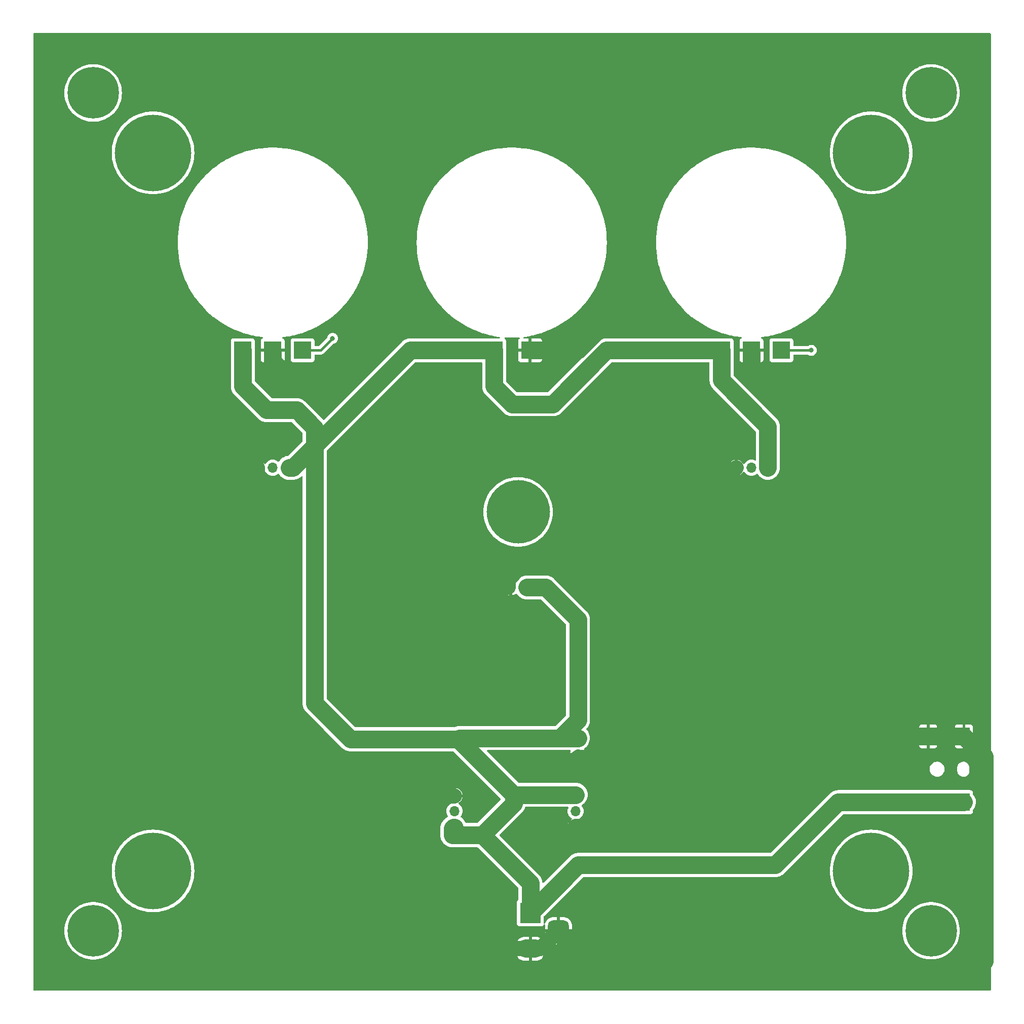
<source format=gtl>
G04 #@! TF.GenerationSoftware,KiCad,Pcbnew,7.0.9-1.fc39*
G04 #@! TF.CreationDate,2023-12-18T11:41:47-05:00*
G04 #@! TF.ProjectId,SYSMATT-WS2812-MATRIX-CARRIER,5359534d-4154-4542-9d57-53323831322d,rev?*
G04 #@! TF.SameCoordinates,Original*
G04 #@! TF.FileFunction,Copper,L1,Top*
G04 #@! TF.FilePolarity,Positive*
%FSLAX46Y46*%
G04 Gerber Fmt 4.6, Leading zero omitted, Abs format (unit mm)*
G04 Created by KiCad (PCBNEW 7.0.9-1.fc39) date 2023-12-18 11:41:47*
%MOMM*%
%LPD*%
G01*
G04 APERTURE LIST*
G04 Aperture macros list*
%AMRoundRect*
0 Rectangle with rounded corners*
0 $1 Rounding radius*
0 $2 $3 $4 $5 $6 $7 $8 $9 X,Y pos of 4 corners*
0 Add a 4 corners polygon primitive as box body*
4,1,4,$2,$3,$4,$5,$6,$7,$8,$9,$2,$3,0*
0 Add four circle primitives for the rounded corners*
1,1,$1+$1,$2,$3*
1,1,$1+$1,$4,$5*
1,1,$1+$1,$6,$7*
1,1,$1+$1,$8,$9*
0 Add four rect primitives between the rounded corners*
20,1,$1+$1,$2,$3,$4,$5,0*
20,1,$1+$1,$4,$5,$6,$7,0*
20,1,$1+$1,$6,$7,$8,$9,0*
20,1,$1+$1,$8,$9,$2,$3,0*%
G04 Aperture macros list end*
G04 #@! TA.AperFunction,ComponentPad*
%ADD10R,3.500000X3.500000*%
G04 #@! TD*
G04 #@! TA.AperFunction,ComponentPad*
%ADD11RoundRect,0.750000X1.000000X-0.750000X1.000000X0.750000X-1.000000X0.750000X-1.000000X-0.750000X0*%
G04 #@! TD*
G04 #@! TA.AperFunction,ComponentPad*
%ADD12RoundRect,0.875000X0.875000X-0.875000X0.875000X0.875000X-0.875000X0.875000X-0.875000X-0.875000X0*%
G04 #@! TD*
G04 #@! TA.AperFunction,SMDPad,CuDef*
%ADD13R,2.000000X3.000000*%
G04 #@! TD*
G04 #@! TA.AperFunction,ComponentPad*
%ADD14R,1.700000X1.700000*%
G04 #@! TD*
G04 #@! TA.AperFunction,ComponentPad*
%ADD15O,1.700000X1.700000*%
G04 #@! TD*
G04 #@! TA.AperFunction,ComponentPad*
%ADD16C,12.800000*%
G04 #@! TD*
G04 #@! TA.AperFunction,SMDPad,CuDef*
%ADD17R,3.000000X3.000000*%
G04 #@! TD*
G04 #@! TA.AperFunction,ComponentPad*
%ADD18C,8.600000*%
G04 #@! TD*
G04 #@! TA.AperFunction,ComponentPad*
%ADD19C,10.600000*%
G04 #@! TD*
G04 #@! TA.AperFunction,ViaPad*
%ADD20C,0.800000*%
G04 #@! TD*
G04 #@! TA.AperFunction,Conductor*
%ADD21C,2.500000*%
G04 #@! TD*
G04 #@! TA.AperFunction,Conductor*
%ADD22C,3.000000*%
G04 #@! TD*
G04 #@! TA.AperFunction,Conductor*
%ADD23C,0.400000*%
G04 #@! TD*
G04 APERTURE END LIST*
D10*
X103042500Y-167000000D03*
D11*
X103042500Y-173000000D03*
D12*
X107742500Y-170000000D03*
D13*
X175500000Y-148500000D03*
X169500000Y-148500000D03*
X169500000Y-137500000D03*
X175500000Y-137500000D03*
D14*
X90375000Y-152525000D03*
D15*
X90375000Y-149985000D03*
X90375000Y-147445000D03*
X110625000Y-152555000D03*
X110625000Y-150015000D03*
D14*
X110625000Y-147475000D03*
D15*
X111000000Y-140540000D03*
D14*
X111000000Y-138000000D03*
X142525000Y-92625000D03*
D15*
X139985000Y-92625000D03*
X137445000Y-92625000D03*
D14*
X102275000Y-112625000D03*
D15*
X99735000Y-112625000D03*
D14*
X62525000Y-92625000D03*
D15*
X59985000Y-92625000D03*
X57445000Y-92625000D03*
D16*
X160000000Y-40000000D03*
D17*
X55000000Y-73000000D03*
X135000000Y-73000000D03*
X103000000Y-73000000D03*
D16*
X40000000Y-40000000D03*
D18*
X170000000Y-170000000D03*
X170000000Y-30000000D03*
D19*
X101000000Y-100000000D03*
D17*
X65000000Y-73000000D03*
D16*
X160000000Y-160000000D03*
D17*
X97000000Y-73000000D03*
D18*
X30000000Y-170000000D03*
D17*
X60000000Y-73000000D03*
X140000000Y-73000000D03*
D18*
X30000000Y-30000000D03*
D17*
X145000000Y-73000000D03*
D16*
X40000000Y-160000000D03*
D20*
X150000000Y-73000000D03*
X70000000Y-71000000D03*
D21*
X90375000Y-147445000D02*
X68445000Y-147445000D01*
X68445000Y-147445000D02*
X57445000Y-136445000D01*
X57445000Y-136445000D02*
X57445000Y-92625000D01*
D22*
X175500000Y-137500000D02*
X178900000Y-140900000D01*
X178900000Y-140900000D02*
X178900000Y-175100000D01*
X178900000Y-175100000D02*
X177800000Y-176200000D01*
X177800000Y-176200000D02*
X113942500Y-176200000D01*
X113942500Y-176200000D02*
X107742500Y-170000000D01*
D23*
X150000000Y-73000000D02*
X145000000Y-73000000D01*
X65000000Y-73000000D02*
X68000000Y-73000000D01*
X68000000Y-73000000D02*
X70000000Y-71000000D01*
D21*
X57000000Y-35000000D02*
X55000000Y-33000000D01*
X55000000Y-33000000D02*
X49000000Y-33000000D01*
X23000000Y-44000000D02*
X22000000Y-45000000D01*
X49000000Y-33000000D02*
X40000000Y-24000000D01*
X40000000Y-24000000D02*
X33000000Y-24000000D01*
X33000000Y-24000000D02*
X32000000Y-23000000D01*
X32000000Y-23000000D02*
X23000000Y-23000000D01*
X22000000Y-45000000D02*
X27000000Y-50000000D01*
X23000000Y-23000000D02*
X23000000Y-44000000D01*
X27000000Y-50000000D02*
X42000000Y-50000000D01*
X57445000Y-92625000D02*
X42000000Y-77180000D01*
X42000000Y-77180000D02*
X42000000Y-50000000D01*
X57000000Y-35000000D02*
X83000000Y-35000000D01*
X83000000Y-35000000D02*
X85000000Y-37000000D01*
X103042500Y-173000000D02*
X104742500Y-173000000D01*
X104742500Y-173000000D02*
X107742500Y-170000000D01*
X90375000Y-147445000D02*
X88555000Y-147445000D01*
X88555000Y-147445000D02*
X84000000Y-152000000D01*
X84000000Y-152000000D02*
X84000000Y-162000000D01*
X84000000Y-162000000D02*
X95000000Y-173000000D01*
X95000000Y-173000000D02*
X103042500Y-173000000D01*
X129000000Y-106000000D02*
X129000000Y-131000000D01*
X128050000Y-106950000D02*
X103705227Y-106950000D01*
X129000000Y-101070000D02*
X129000000Y-106000000D01*
X129000000Y-106000000D02*
X128050000Y-106950000D01*
X103705227Y-106950000D02*
X99335000Y-111320227D01*
X99335000Y-111320227D02*
X99335000Y-112625000D01*
X137445000Y-92625000D02*
X129000000Y-101070000D01*
X129000000Y-131000000D02*
X122500000Y-137500000D01*
D22*
X118810000Y-141190000D02*
X118810000Y-150190000D01*
X116000000Y-153000000D02*
X115765000Y-152765000D01*
X118810000Y-150190000D02*
X116000000Y-153000000D01*
X115765000Y-152765000D02*
X110625000Y-152765000D01*
X169500000Y-137500000D02*
X122500000Y-137500000D01*
X122500000Y-137500000D02*
X118810000Y-141190000D01*
X118810000Y-141190000D02*
X111000000Y-141190000D01*
X175500000Y-137500000D02*
X169500000Y-137500000D01*
X140000000Y-73000000D02*
X140000000Y-76000000D01*
X140000000Y-76000000D02*
X142000000Y-78000000D01*
X142000000Y-78000000D02*
X156000000Y-78000000D01*
X156000000Y-78000000D02*
X176200000Y-57800000D01*
X176200000Y-57800000D02*
X176200000Y-27431875D01*
X176200000Y-27431875D02*
X170768125Y-22000000D01*
X170768125Y-22000000D02*
X139000000Y-22000000D01*
X139000000Y-22000000D02*
X121000000Y-40000000D01*
X106808326Y-82000000D02*
X100000000Y-82000000D01*
X115808326Y-73000000D02*
X106808326Y-82000000D01*
X80000000Y-42000000D02*
X85000000Y-37000000D01*
X100000000Y-82000000D02*
X97000000Y-79000000D01*
X111000000Y-73000000D02*
X103000000Y-73000000D01*
X135000000Y-73000000D02*
X115808326Y-73000000D01*
X97000000Y-79000000D02*
X97000000Y-73000000D01*
X62200000Y-77000000D02*
X70000000Y-77000000D01*
X121000000Y-67000000D02*
X119505310Y-68494690D01*
X60000000Y-73000000D02*
X60000000Y-74800000D01*
X60000000Y-74800000D02*
X62200000Y-77000000D01*
X118000000Y-37000000D02*
X121000000Y-40000000D01*
X70000000Y-77000000D02*
X80000000Y-67000000D01*
X80000000Y-67000000D02*
X80000000Y-42000000D01*
X85000000Y-37000000D02*
X118000000Y-37000000D01*
X121000000Y-40000000D02*
X121000000Y-67000000D01*
X119505310Y-68494690D02*
X115505310Y-68494690D01*
X115505310Y-68494690D02*
X111000000Y-73000000D01*
X108000000Y-137790000D02*
X111000000Y-137790000D01*
X91210000Y-137790000D02*
X108000000Y-137790000D01*
X108000000Y-137790000D02*
X111000000Y-134790000D01*
X111000000Y-134790000D02*
X111000000Y-118000000D01*
X111000000Y-118000000D02*
X105625000Y-112625000D01*
X105625000Y-112625000D02*
X102485000Y-112625000D01*
X91000000Y-138000000D02*
X91210000Y-137790000D01*
X135000000Y-73000000D02*
X135000000Y-78000000D01*
X135000000Y-78000000D02*
X142735000Y-85735000D01*
X142735000Y-85735000D02*
X142735000Y-92625000D01*
X97000000Y-73000000D02*
X83000000Y-73000000D01*
X83000000Y-73000000D02*
X67000000Y-89000000D01*
X169500000Y-148500000D02*
X175500000Y-148500000D01*
X103042500Y-167000000D02*
X111042500Y-159000000D01*
X111042500Y-159000000D02*
X144000000Y-159000000D01*
X144000000Y-159000000D02*
X154500000Y-148500000D01*
X154500000Y-148500000D02*
X169500000Y-148500000D01*
X95000000Y-154000000D02*
X103042500Y-162042500D01*
X103042500Y-162042500D02*
X103042500Y-167000000D01*
X90000000Y-154000000D02*
X90000000Y-152900000D01*
X90000000Y-152900000D02*
X90165000Y-152735000D01*
X90165000Y-152735000D02*
X90375000Y-152735000D01*
X100265000Y-147265000D02*
X100265000Y-148735000D01*
X100265000Y-148735000D02*
X95000000Y-154000000D01*
X95000000Y-154000000D02*
X90000000Y-154000000D01*
X67000000Y-89000000D02*
X67000000Y-132000000D01*
X67000000Y-132000000D02*
X73000000Y-138000000D01*
X91000000Y-138000000D02*
X100265000Y-147265000D01*
X73000000Y-138000000D02*
X91000000Y-138000000D01*
X100265000Y-147265000D02*
X110625000Y-147265000D01*
X55000000Y-73000000D02*
X55000000Y-79000000D01*
X55000000Y-79000000D02*
X59000000Y-83000000D01*
X64000000Y-83000000D02*
X67000000Y-86000000D01*
X59000000Y-83000000D02*
X64000000Y-83000000D01*
X67000000Y-86000000D02*
X67000000Y-89000000D01*
X67000000Y-89000000D02*
X63375000Y-92625000D01*
X63375000Y-92625000D02*
X62735000Y-92625000D01*
G04 #@! TA.AperFunction,Conductor*
G36*
X179943039Y-20019685D02*
G01*
X179988794Y-20072489D01*
X180000000Y-20124000D01*
X180000000Y-179876000D01*
X179980315Y-179943039D01*
X179927511Y-179988794D01*
X179876000Y-180000000D01*
X20124000Y-180000000D01*
X20056961Y-179980315D01*
X20011206Y-179927511D01*
X20000000Y-179876000D01*
X20000000Y-170000003D01*
X25194661Y-170000003D01*
X25214005Y-170430737D01*
X25214006Y-170430746D01*
X25271885Y-170858027D01*
X25367830Y-171278391D01*
X25501073Y-171688472D01*
X25501076Y-171688480D01*
X25670533Y-172084947D01*
X25670537Y-172084955D01*
X25724808Y-172185806D01*
X25874863Y-172464655D01*
X25874867Y-172464661D01*
X25874867Y-172464662D01*
X26112394Y-172824501D01*
X26112404Y-172824514D01*
X26381225Y-173161607D01*
X26381235Y-173161618D01*
X26381236Y-173161619D01*
X26679210Y-173473274D01*
X27003920Y-173756965D01*
X27352753Y-174010407D01*
X27722900Y-174231560D01*
X27722903Y-174231561D01*
X27722904Y-174231562D01*
X27722906Y-174231563D01*
X28111372Y-174418639D01*
X28111386Y-174418645D01*
X28515055Y-174570144D01*
X28515059Y-174570145D01*
X28515069Y-174570149D01*
X28930711Y-174684859D01*
X29354964Y-174761850D01*
X29784409Y-174800500D01*
X29784416Y-174800500D01*
X30215584Y-174800500D01*
X30215591Y-174800500D01*
X30645036Y-174761850D01*
X31069289Y-174684859D01*
X31484931Y-174570149D01*
X31888619Y-174418643D01*
X32277100Y-174231560D01*
X32647247Y-174010407D01*
X32996080Y-173756965D01*
X33320790Y-173473274D01*
X33618764Y-173161619D01*
X33887601Y-172824507D01*
X33936783Y-172750000D01*
X100792500Y-172750000D01*
X101608814Y-172750000D01*
X101583007Y-172790156D01*
X101542500Y-172928111D01*
X101542500Y-173071889D01*
X101583007Y-173209844D01*
X101608814Y-173250000D01*
X100792501Y-173250000D01*
X100792501Y-173814192D01*
X100802900Y-173946332D01*
X100857877Y-174164519D01*
X100950928Y-174369374D01*
X100950931Y-174369380D01*
X101079059Y-174554323D01*
X101079069Y-174554335D01*
X101238164Y-174713430D01*
X101238176Y-174713440D01*
X101423119Y-174841568D01*
X101423125Y-174841571D01*
X101627980Y-174934622D01*
X101846167Y-174989599D01*
X101978307Y-175000000D01*
X102792499Y-174999999D01*
X102792500Y-174999998D01*
X102792500Y-173500000D01*
X103292500Y-173500000D01*
X103292500Y-174999999D01*
X104106692Y-174999999D01*
X104238832Y-174989599D01*
X104457019Y-174934622D01*
X104661874Y-174841571D01*
X104661880Y-174841568D01*
X104846823Y-174713440D01*
X104846835Y-174713430D01*
X105005930Y-174554335D01*
X105005940Y-174554323D01*
X105134068Y-174369380D01*
X105134071Y-174369374D01*
X105227122Y-174164519D01*
X105282099Y-173946332D01*
X105292500Y-173814194D01*
X105292500Y-173250000D01*
X104476186Y-173250000D01*
X104501993Y-173209844D01*
X104542500Y-173071889D01*
X104542500Y-172928111D01*
X104501993Y-172790156D01*
X104476186Y-172750000D01*
X105292499Y-172750000D01*
X105292499Y-172185808D01*
X105282099Y-172053667D01*
X105227122Y-171835480D01*
X105134071Y-171630625D01*
X105134068Y-171630619D01*
X105005940Y-171445676D01*
X105005930Y-171445664D01*
X104846835Y-171286569D01*
X104846823Y-171286559D01*
X104661880Y-171158431D01*
X104661874Y-171158428D01*
X104457019Y-171065377D01*
X104238832Y-171010400D01*
X104106694Y-171000000D01*
X103292500Y-171000000D01*
X103292500Y-172500000D01*
X102792500Y-172500000D01*
X102792500Y-171000000D01*
X102792499Y-171000000D01*
X101978308Y-171000001D01*
X101846167Y-171010400D01*
X101627980Y-171065377D01*
X101423125Y-171158428D01*
X101423119Y-171158431D01*
X101238176Y-171286559D01*
X101238164Y-171286569D01*
X101079069Y-171445664D01*
X101079059Y-171445676D01*
X100950931Y-171630619D01*
X100950928Y-171630625D01*
X100857877Y-171835480D01*
X100802900Y-172053667D01*
X100792500Y-172185806D01*
X100792500Y-172750000D01*
X33936783Y-172750000D01*
X34125137Y-172464655D01*
X34329461Y-172084958D01*
X34342836Y-172053667D01*
X34436093Y-171835480D01*
X34498926Y-171688475D01*
X34632168Y-171278397D01*
X34728115Y-170858026D01*
X34785994Y-170430747D01*
X34805339Y-170000000D01*
X34785994Y-169569253D01*
X34728115Y-169141974D01*
X34632168Y-168721603D01*
X34498926Y-168311525D01*
X34365064Y-167998339D01*
X34329466Y-167915052D01*
X34329462Y-167915044D01*
X34242151Y-167752794D01*
X34125137Y-167535345D01*
X34125132Y-167535337D01*
X33887605Y-167175498D01*
X33887595Y-167175485D01*
X33618774Y-166838392D01*
X33618762Y-166838379D01*
X33320794Y-166526730D01*
X33320793Y-166526729D01*
X33320790Y-166526726D01*
X32996080Y-166243035D01*
X32996068Y-166243026D01*
X32647256Y-165989599D01*
X32647251Y-165989596D01*
X32647247Y-165989593D01*
X32277100Y-165768440D01*
X32277095Y-165768437D01*
X32277093Y-165768436D01*
X31888627Y-165581360D01*
X31888613Y-165581354D01*
X31484944Y-165429855D01*
X31484919Y-165429847D01*
X31069295Y-165315142D01*
X30645043Y-165238151D01*
X30645040Y-165238150D01*
X30645036Y-165238150D01*
X30215591Y-165199500D01*
X29784409Y-165199500D01*
X29354964Y-165238150D01*
X29354960Y-165238150D01*
X29354956Y-165238151D01*
X28930704Y-165315142D01*
X28515080Y-165429847D01*
X28515055Y-165429855D01*
X28111386Y-165581354D01*
X28111372Y-165581360D01*
X27722906Y-165768436D01*
X27722904Y-165768437D01*
X27352743Y-165989599D01*
X27003931Y-166243026D01*
X27003914Y-166243039D01*
X26679210Y-166526726D01*
X26679205Y-166526730D01*
X26381237Y-166838379D01*
X26381225Y-166838392D01*
X26112404Y-167175485D01*
X26112394Y-167175498D01*
X25874867Y-167535337D01*
X25874867Y-167535338D01*
X25670537Y-167915044D01*
X25670533Y-167915052D01*
X25501076Y-168311519D01*
X25501073Y-168311527D01*
X25367830Y-168721608D01*
X25271885Y-169141972D01*
X25214006Y-169569253D01*
X25214005Y-169569262D01*
X25194661Y-169999996D01*
X25194661Y-170000003D01*
X20000000Y-170000003D01*
X20000000Y-160000000D01*
X33094671Y-160000000D01*
X33113979Y-160516031D01*
X33171797Y-161029176D01*
X33171796Y-161029176D01*
X33267802Y-161536579D01*
X33267802Y-161536580D01*
X33401455Y-162035381D01*
X33572011Y-162522800D01*
X33778514Y-162996110D01*
X33778517Y-162996115D01*
X34019807Y-163452660D01*
X34128511Y-163625661D01*
X34294549Y-163889910D01*
X34601196Y-164305402D01*
X34938036Y-164696817D01*
X35303183Y-165061964D01*
X35694598Y-165398804D01*
X36110088Y-165705449D01*
X36110093Y-165705453D01*
X36547339Y-165980193D01*
X36547338Y-165980192D01*
X36792477Y-166109751D01*
X37003890Y-166221486D01*
X37477200Y-166427989D01*
X37477205Y-166427990D01*
X37477208Y-166427992D01*
X37570382Y-166460595D01*
X37964619Y-166598545D01*
X38463420Y-166732198D01*
X38786552Y-166793337D01*
X38970824Y-166828204D01*
X38970824Y-166828203D01*
X39061253Y-166838392D01*
X39483969Y-166886021D01*
X40000000Y-166905329D01*
X40516031Y-166886021D01*
X40938747Y-166838392D01*
X41029176Y-166828203D01*
X41029176Y-166828204D01*
X41213447Y-166793337D01*
X41536580Y-166732198D01*
X42035381Y-166598545D01*
X42429617Y-166460595D01*
X42522792Y-166427992D01*
X42522794Y-166427990D01*
X42522800Y-166427989D01*
X42996110Y-166221486D01*
X43207521Y-166109751D01*
X43452661Y-165980192D01*
X43452660Y-165980193D01*
X43789663Y-165768440D01*
X43889910Y-165705451D01*
X44058056Y-165581354D01*
X44305399Y-165398806D01*
X44305402Y-165398804D01*
X44696817Y-165061964D01*
X45061964Y-164696817D01*
X45398804Y-164305402D01*
X45705451Y-163889910D01*
X45980190Y-163452665D01*
X45980192Y-163452662D01*
X45980193Y-163452661D01*
X46221483Y-162996115D01*
X46221486Y-162996110D01*
X46427989Y-162522800D01*
X46598545Y-162035381D01*
X46732198Y-161536580D01*
X46732198Y-161536579D01*
X46828204Y-161029176D01*
X46828203Y-161029176D01*
X46886021Y-160516031D01*
X46905329Y-160000000D01*
X46886021Y-159483969D01*
X46828203Y-158970824D01*
X46828204Y-158970824D01*
X46732198Y-158463421D01*
X46732198Y-158463420D01*
X46598545Y-157964619D01*
X46427989Y-157477200D01*
X46221486Y-157003890D01*
X46109751Y-156792478D01*
X45980192Y-156547339D01*
X45980193Y-156547340D01*
X45871488Y-156374338D01*
X45705451Y-156110090D01*
X45398804Y-155694598D01*
X45070752Y-155313395D01*
X45061966Y-155303185D01*
X44696815Y-154938034D01*
X44569980Y-154828884D01*
X44305402Y-154601196D01*
X43889910Y-154294549D01*
X43875394Y-154285428D01*
X43452661Y-154019807D01*
X43452662Y-154019808D01*
X43090554Y-153828429D01*
X42996110Y-153778514D01*
X42522800Y-153572011D01*
X42522794Y-153572009D01*
X42522792Y-153572008D01*
X42429617Y-153539405D01*
X42035381Y-153401455D01*
X41536580Y-153267802D01*
X41213447Y-153206662D01*
X41029176Y-153171796D01*
X40913745Y-153158791D01*
X40516031Y-153113979D01*
X40000000Y-153094671D01*
X39483969Y-153113979D01*
X39086254Y-153158791D01*
X38970824Y-153171796D01*
X38786552Y-153206662D01*
X38463420Y-153267802D01*
X37964619Y-153401455D01*
X37570382Y-153539405D01*
X37477208Y-153572008D01*
X37477205Y-153572009D01*
X37477200Y-153572011D01*
X37003890Y-153778514D01*
X36909446Y-153828429D01*
X36547338Y-154019808D01*
X36547339Y-154019807D01*
X36124606Y-154285428D01*
X36110090Y-154294549D01*
X35694598Y-154601196D01*
X35430019Y-154828884D01*
X35303185Y-154938034D01*
X34938034Y-155303185D01*
X34929248Y-155313395D01*
X34601196Y-155694598D01*
X34294549Y-156110090D01*
X34128511Y-156374338D01*
X34019807Y-156547340D01*
X34019808Y-156547339D01*
X33890248Y-156792478D01*
X33778514Y-157003890D01*
X33572011Y-157477200D01*
X33401455Y-157964619D01*
X33267802Y-158463420D01*
X33267802Y-158463421D01*
X33171796Y-158970824D01*
X33171797Y-158970824D01*
X33113979Y-159483969D01*
X33094671Y-160000000D01*
X20000000Y-160000000D01*
X20000000Y-79143082D01*
X52999500Y-79143082D01*
X53009377Y-79211784D01*
X53009850Y-79216184D01*
X53014804Y-79285430D01*
X53014804Y-79285433D01*
X53029560Y-79353259D01*
X53030346Y-79357616D01*
X53040224Y-79426318D01*
X53040227Y-79426331D01*
X53059778Y-79492915D01*
X53060873Y-79497205D01*
X53075631Y-79565048D01*
X53099891Y-79630092D01*
X53101289Y-79634292D01*
X53120845Y-79700891D01*
X53149678Y-79764029D01*
X53151372Y-79768117D01*
X53175633Y-79833161D01*
X53208910Y-79894104D01*
X53210883Y-79898046D01*
X53239715Y-79961182D01*
X53239720Y-79961192D01*
X53277250Y-80019589D01*
X53279509Y-80023396D01*
X53312770Y-80084309D01*
X53312771Y-80084310D01*
X53312774Y-80084315D01*
X53354366Y-80139875D01*
X53356883Y-80143499D01*
X53394426Y-80201917D01*
X53394427Y-80201918D01*
X53394430Y-80201923D01*
X53439884Y-80254378D01*
X53442661Y-80257825D01*
X53484259Y-80313393D01*
X53484269Y-80313404D01*
X53509590Y-80338724D01*
X53534912Y-80364046D01*
X56484261Y-83313395D01*
X57484261Y-84313395D01*
X57686594Y-84515729D01*
X57686600Y-84515734D01*
X57686605Y-84515739D01*
X57742186Y-84557346D01*
X57745611Y-84560107D01*
X57798082Y-84605573D01*
X57856482Y-84643104D01*
X57860107Y-84645621D01*
X57915682Y-84687224D01*
X57915690Y-84687229D01*
X57976603Y-84720490D01*
X57980405Y-84722745D01*
X58038813Y-84760282D01*
X58101976Y-84789127D01*
X58105885Y-84791083D01*
X58166839Y-84824367D01*
X58231900Y-84848632D01*
X58235945Y-84850308D01*
X58299111Y-84879156D01*
X58299115Y-84879157D01*
X58299117Y-84879158D01*
X58313985Y-84883523D01*
X58365721Y-84898714D01*
X58369887Y-84900100D01*
X58434954Y-84924369D01*
X58434957Y-84924369D01*
X58434961Y-84924371D01*
X58469199Y-84931818D01*
X58502805Y-84939129D01*
X58507069Y-84940217D01*
X58573677Y-84959775D01*
X58642392Y-84969654D01*
X58646710Y-84970433D01*
X58714572Y-84985196D01*
X58783826Y-84990148D01*
X58788187Y-84990617D01*
X58856921Y-85000500D01*
X58928552Y-85000500D01*
X63120004Y-85000500D01*
X63187043Y-85020185D01*
X63207685Y-85036819D01*
X64963181Y-86792315D01*
X64996666Y-86853638D01*
X64999500Y-86879996D01*
X64999500Y-88120003D01*
X64979815Y-88187042D01*
X64963181Y-88207684D01*
X62570042Y-90600822D01*
X62508719Y-90634307D01*
X62491210Y-90636825D01*
X62449569Y-90639804D01*
X62449563Y-90639805D01*
X62169962Y-90700628D01*
X61901833Y-90800635D01*
X61650690Y-90937770D01*
X61650682Y-90937775D01*
X61421612Y-91109254D01*
X61421594Y-91109270D01*
X61219270Y-91311594D01*
X61219254Y-91311612D01*
X61047775Y-91540682D01*
X61047767Y-91540695D01*
X61043037Y-91549357D01*
X60993629Y-91598759D01*
X60925355Y-91613606D01*
X60860876Y-91589552D01*
X60860836Y-91589610D01*
X60860613Y-91589454D01*
X60859892Y-91589185D01*
X60857346Y-91587166D01*
X60662834Y-91450967D01*
X60662830Y-91450965D01*
X60558978Y-91402538D01*
X60448663Y-91351097D01*
X60448659Y-91351096D01*
X60448655Y-91351094D01*
X60220413Y-91289938D01*
X60220403Y-91289936D01*
X59985001Y-91269341D01*
X59984999Y-91269341D01*
X59749596Y-91289936D01*
X59749586Y-91289938D01*
X59521344Y-91351094D01*
X59521335Y-91351098D01*
X59307171Y-91450964D01*
X59307169Y-91450965D01*
X59113597Y-91586505D01*
X58946508Y-91753594D01*
X58816269Y-91939595D01*
X58761692Y-91983219D01*
X58692193Y-91990412D01*
X58629839Y-91958890D01*
X58613119Y-91939594D01*
X58483113Y-91753926D01*
X58483108Y-91753920D01*
X58316082Y-91586894D01*
X58122578Y-91451399D01*
X57908492Y-91351570D01*
X57908486Y-91351567D01*
X57695000Y-91294364D01*
X57695000Y-92189498D01*
X57587315Y-92140320D01*
X57480763Y-92125000D01*
X57409237Y-92125000D01*
X57302685Y-92140320D01*
X57195000Y-92189498D01*
X57195000Y-91294364D01*
X57194999Y-91294364D01*
X56981513Y-91351567D01*
X56981507Y-91351570D01*
X56767422Y-91451399D01*
X56767420Y-91451400D01*
X56573926Y-91586886D01*
X56573920Y-91586891D01*
X56406891Y-91753920D01*
X56406886Y-91753926D01*
X56271400Y-91947420D01*
X56271399Y-91947422D01*
X56171570Y-92161507D01*
X56171567Y-92161513D01*
X56114364Y-92374999D01*
X56114364Y-92375000D01*
X57011314Y-92375000D01*
X56985507Y-92415156D01*
X56945000Y-92553111D01*
X56945000Y-92696889D01*
X56985507Y-92834844D01*
X57011314Y-92875000D01*
X56114364Y-92875000D01*
X56171567Y-93088486D01*
X56171570Y-93088492D01*
X56271399Y-93302578D01*
X56406894Y-93496082D01*
X56573917Y-93663105D01*
X56767421Y-93798600D01*
X56981507Y-93898429D01*
X56981516Y-93898433D01*
X57195000Y-93955634D01*
X57195000Y-93060501D01*
X57302685Y-93109680D01*
X57409237Y-93125000D01*
X57480763Y-93125000D01*
X57587315Y-93109680D01*
X57695000Y-93060501D01*
X57695000Y-93955633D01*
X57908483Y-93898433D01*
X57908492Y-93898429D01*
X58122578Y-93798600D01*
X58316082Y-93663105D01*
X58483105Y-93496082D01*
X58613119Y-93310405D01*
X58667696Y-93266781D01*
X58737195Y-93259588D01*
X58799549Y-93291110D01*
X58816269Y-93310405D01*
X58946505Y-93496401D01*
X59113599Y-93663495D01*
X59158123Y-93694671D01*
X59307165Y-93799032D01*
X59307167Y-93799033D01*
X59307170Y-93799035D01*
X59521337Y-93898903D01*
X59749592Y-93960063D01*
X59937918Y-93976539D01*
X59984999Y-93980659D01*
X59985000Y-93980659D01*
X59985001Y-93980659D01*
X60024234Y-93977226D01*
X60220408Y-93960063D01*
X60448663Y-93898903D01*
X60662830Y-93799035D01*
X60856401Y-93663495D01*
X60856405Y-93663490D01*
X60860835Y-93660389D01*
X60861871Y-93661869D01*
X60918479Y-93637077D01*
X60987474Y-93648098D01*
X61039557Y-93694671D01*
X61043041Y-93700648D01*
X61047770Y-93709309D01*
X61047775Y-93709317D01*
X61219254Y-93938387D01*
X61219270Y-93938405D01*
X61421594Y-94140729D01*
X61421612Y-94140745D01*
X61650682Y-94312224D01*
X61650690Y-94312229D01*
X61901833Y-94449364D01*
X61901832Y-94449364D01*
X61901836Y-94449365D01*
X61901839Y-94449367D01*
X62169954Y-94549369D01*
X62169960Y-94549370D01*
X62169962Y-94549371D01*
X62449566Y-94610195D01*
X62449568Y-94610195D01*
X62449572Y-94610196D01*
X62663552Y-94625500D01*
X63518076Y-94625500D01*
X63518079Y-94625500D01*
X63586804Y-94615618D01*
X63591177Y-94615148D01*
X63660428Y-94610196D01*
X63728297Y-94595431D01*
X63732604Y-94594654D01*
X63801322Y-94584775D01*
X63867911Y-94565222D01*
X63872195Y-94564127D01*
X63940046Y-94549369D01*
X64005106Y-94525102D01*
X64009272Y-94523715D01*
X64075888Y-94504156D01*
X64139057Y-94475306D01*
X64143083Y-94473639D01*
X64208161Y-94449367D01*
X64269093Y-94416094D01*
X64273036Y-94414121D01*
X64336187Y-94385282D01*
X64394615Y-94347731D01*
X64398380Y-94345498D01*
X64459315Y-94312226D01*
X64514882Y-94270627D01*
X64518509Y-94268109D01*
X64576917Y-94230574D01*
X64629388Y-94185106D01*
X64632823Y-94182339D01*
X64688395Y-94140739D01*
X64787820Y-94041313D01*
X64849141Y-94007830D01*
X64918833Y-94012814D01*
X64974767Y-94054685D01*
X64999184Y-94120149D01*
X64999500Y-94128996D01*
X64999500Y-132143082D01*
X65009377Y-132211784D01*
X65009850Y-132216184D01*
X65014804Y-132285430D01*
X65014804Y-132285433D01*
X65029560Y-132353259D01*
X65030346Y-132357616D01*
X65040224Y-132426318D01*
X65040227Y-132426331D01*
X65059778Y-132492915D01*
X65060873Y-132497205D01*
X65075631Y-132565048D01*
X65099891Y-132630092D01*
X65101289Y-132634292D01*
X65120845Y-132700891D01*
X65149678Y-132764029D01*
X65151372Y-132768117D01*
X65175633Y-132833161D01*
X65208910Y-132894104D01*
X65210883Y-132898046D01*
X65239715Y-132961182D01*
X65239720Y-132961192D01*
X65277250Y-133019589D01*
X65279509Y-133023396D01*
X65312770Y-133084309D01*
X65312771Y-133084310D01*
X65312774Y-133084315D01*
X65354366Y-133139875D01*
X65356883Y-133143499D01*
X65394426Y-133201917D01*
X65394427Y-133201918D01*
X65394430Y-133201923D01*
X65439884Y-133254378D01*
X65442661Y-133257825D01*
X65484259Y-133313393D01*
X65484269Y-133313404D01*
X65509590Y-133338724D01*
X65534912Y-133364046D01*
X68548547Y-136377681D01*
X71484261Y-139313395D01*
X71686594Y-139515729D01*
X71686600Y-139515734D01*
X71686605Y-139515739D01*
X71742186Y-139557346D01*
X71745611Y-139560107D01*
X71798082Y-139605573D01*
X71856482Y-139643104D01*
X71860107Y-139645621D01*
X71915682Y-139687224D01*
X71915690Y-139687229D01*
X71976603Y-139720490D01*
X71980405Y-139722745D01*
X72038813Y-139760282D01*
X72101976Y-139789127D01*
X72105885Y-139791083D01*
X72166839Y-139824367D01*
X72231900Y-139848632D01*
X72235945Y-139850308D01*
X72299111Y-139879156D01*
X72299115Y-139879157D01*
X72299117Y-139879158D01*
X72313985Y-139883523D01*
X72365721Y-139898714D01*
X72369887Y-139900100D01*
X72434954Y-139924369D01*
X72434957Y-139924369D01*
X72434961Y-139924371D01*
X72469199Y-139931818D01*
X72502805Y-139939129D01*
X72507069Y-139940217D01*
X72573677Y-139959775D01*
X72642392Y-139969654D01*
X72646710Y-139970433D01*
X72714572Y-139985196D01*
X72783826Y-139990148D01*
X72788187Y-139990617D01*
X72856921Y-140000500D01*
X72928552Y-140000500D01*
X90120004Y-140000500D01*
X90187043Y-140020185D01*
X90207685Y-140036819D01*
X98083184Y-147912319D01*
X98116669Y-147973642D01*
X98111685Y-148043334D01*
X98083184Y-148087681D01*
X94207685Y-151963181D01*
X94146362Y-151996666D01*
X94120004Y-151999500D01*
X92321887Y-151999500D01*
X92254848Y-151979815D01*
X92209093Y-151927011D01*
X92205705Y-151918832D01*
X92199367Y-151901839D01*
X92186034Y-151877422D01*
X92062229Y-151650690D01*
X92062224Y-151650682D01*
X91890745Y-151421612D01*
X91890729Y-151421594D01*
X91688405Y-151219270D01*
X91688387Y-151219254D01*
X91459317Y-151047775D01*
X91459309Y-151047770D01*
X91450648Y-151043041D01*
X91401243Y-150993636D01*
X91386391Y-150925363D01*
X91410444Y-150860873D01*
X91410389Y-150860835D01*
X91410538Y-150860621D01*
X91410808Y-150859899D01*
X91412827Y-150857352D01*
X91413488Y-150856407D01*
X91413495Y-150856401D01*
X91549035Y-150662830D01*
X91648903Y-150448663D01*
X91710063Y-150220408D01*
X91730659Y-149985000D01*
X91710063Y-149749592D01*
X91661449Y-149568161D01*
X91648905Y-149521344D01*
X91648904Y-149521343D01*
X91648903Y-149521337D01*
X91549035Y-149307171D01*
X91537173Y-149290229D01*
X91413494Y-149113597D01*
X91246402Y-148946506D01*
X91246401Y-148946505D01*
X91060405Y-148816269D01*
X91016781Y-148761692D01*
X91009588Y-148692193D01*
X91041110Y-148629839D01*
X91060405Y-148613119D01*
X91246082Y-148483105D01*
X91413105Y-148316082D01*
X91548600Y-148122578D01*
X91648429Y-147908492D01*
X91648432Y-147908486D01*
X91705636Y-147695000D01*
X90808686Y-147695000D01*
X90834493Y-147654844D01*
X90875000Y-147516889D01*
X90875000Y-147373111D01*
X90834493Y-147235156D01*
X90808686Y-147195000D01*
X91705636Y-147195000D01*
X91705635Y-147194999D01*
X91648432Y-146981513D01*
X91648429Y-146981507D01*
X91548600Y-146767422D01*
X91548599Y-146767420D01*
X91413113Y-146573926D01*
X91413108Y-146573920D01*
X91246082Y-146406894D01*
X91052578Y-146271399D01*
X90838492Y-146171570D01*
X90838486Y-146171567D01*
X90625000Y-146114364D01*
X90625000Y-147009498D01*
X90517315Y-146960320D01*
X90410763Y-146945000D01*
X90339237Y-146945000D01*
X90232685Y-146960320D01*
X90125000Y-147009498D01*
X90125000Y-146114364D01*
X90124999Y-146114364D01*
X89911513Y-146171567D01*
X89911507Y-146171570D01*
X89697422Y-146271399D01*
X89697420Y-146271400D01*
X89503926Y-146406886D01*
X89503920Y-146406891D01*
X89336891Y-146573920D01*
X89336886Y-146573926D01*
X89201400Y-146767420D01*
X89201399Y-146767422D01*
X89101570Y-146981507D01*
X89101567Y-146981513D01*
X89044364Y-147194999D01*
X89044364Y-147195000D01*
X89941314Y-147195000D01*
X89915507Y-147235156D01*
X89875000Y-147373111D01*
X89875000Y-147516889D01*
X89915507Y-147654844D01*
X89941314Y-147695000D01*
X89044364Y-147695000D01*
X89101567Y-147908486D01*
X89101570Y-147908492D01*
X89201399Y-148122578D01*
X89336894Y-148316082D01*
X89503917Y-148483105D01*
X89689595Y-148613119D01*
X89733219Y-148667696D01*
X89740412Y-148737195D01*
X89708890Y-148799549D01*
X89689595Y-148816269D01*
X89503594Y-148946508D01*
X89336505Y-149113597D01*
X89200965Y-149307169D01*
X89200964Y-149307171D01*
X89101098Y-149521335D01*
X89101094Y-149521344D01*
X89039938Y-149749586D01*
X89039936Y-149749596D01*
X89019341Y-149984999D01*
X89019341Y-149985000D01*
X89039936Y-150220403D01*
X89039938Y-150220413D01*
X89101094Y-150448655D01*
X89101096Y-150448659D01*
X89101097Y-150448663D01*
X89125269Y-150500499D01*
X89200965Y-150662830D01*
X89200967Y-150662834D01*
X89281679Y-150778102D01*
X89304006Y-150844308D01*
X89286996Y-150912075D01*
X89236048Y-150959888D01*
X89231621Y-150962017D01*
X89203813Y-150974717D01*
X89145408Y-151012251D01*
X89141603Y-151014509D01*
X89080685Y-151047773D01*
X89025122Y-151089366D01*
X89021488Y-151091889D01*
X88963088Y-151129421D01*
X88963080Y-151129427D01*
X88910616Y-151174887D01*
X88907170Y-151177664D01*
X88851608Y-151219258D01*
X88851593Y-151219271D01*
X88817834Y-151253031D01*
X88800954Y-151269912D01*
X88738564Y-151332302D01*
X88686605Y-151384261D01*
X88484271Y-151586593D01*
X88484258Y-151586608D01*
X88442664Y-151642170D01*
X88439887Y-151645616D01*
X88394434Y-151698072D01*
X88394420Y-151698091D01*
X88356896Y-151756478D01*
X88354373Y-151760113D01*
X88312777Y-151815680D01*
X88279507Y-151876605D01*
X88277250Y-151880410D01*
X88239720Y-151938809D01*
X88210882Y-152001953D01*
X88208901Y-152005911D01*
X88175634Y-152066836D01*
X88175629Y-152066846D01*
X88151373Y-152131879D01*
X88149680Y-152135967D01*
X88120842Y-152199115D01*
X88120841Y-152199119D01*
X88101286Y-152265715D01*
X88099888Y-152269914D01*
X88075632Y-152334947D01*
X88075631Y-152334952D01*
X88060871Y-152402798D01*
X88059777Y-152407086D01*
X88040226Y-152473674D01*
X88040224Y-152473683D01*
X88030344Y-152542386D01*
X88029559Y-152546740D01*
X88014804Y-152614570D01*
X88014803Y-152614574D01*
X88009850Y-152683815D01*
X88009377Y-152688213D01*
X87999500Y-152756915D01*
X87999500Y-153926338D01*
X87999342Y-153930762D01*
X87994390Y-153999998D01*
X87994390Y-154000002D01*
X87999062Y-154065336D01*
X87999063Y-154065343D01*
X88014804Y-154285433D01*
X88075628Y-154565037D01*
X88075630Y-154565043D01*
X88075631Y-154565046D01*
X88175633Y-154833161D01*
X88175635Y-154833166D01*
X88312770Y-155084309D01*
X88312775Y-155084317D01*
X88484254Y-155313387D01*
X88484270Y-155313405D01*
X88686594Y-155515729D01*
X88686612Y-155515745D01*
X88915682Y-155687224D01*
X88915690Y-155687229D01*
X89166833Y-155824364D01*
X89166832Y-155824364D01*
X89166836Y-155824365D01*
X89166839Y-155824367D01*
X89434954Y-155924369D01*
X89434960Y-155924370D01*
X89434962Y-155924371D01*
X89714566Y-155985195D01*
X89714568Y-155985195D01*
X89714572Y-155985196D01*
X89968220Y-156003337D01*
X89999999Y-156005610D01*
X90000000Y-156005610D01*
X90000001Y-156005610D01*
X90037535Y-156002925D01*
X90069239Y-156000657D01*
X90073662Y-156000500D01*
X94120004Y-156000500D01*
X94187043Y-156020185D01*
X94207685Y-156036819D01*
X101005681Y-162834815D01*
X101039166Y-162896138D01*
X101042000Y-162922496D01*
X101042000Y-164750249D01*
X101022315Y-164817288D01*
X100992312Y-164849515D01*
X100934957Y-164892451D01*
X100934951Y-164892457D01*
X100848706Y-165007664D01*
X100848702Y-165007671D01*
X100798408Y-165142517D01*
X100792001Y-165202116D01*
X100792000Y-165202135D01*
X100792000Y-168797870D01*
X100792001Y-168797876D01*
X100798408Y-168857483D01*
X100848702Y-168992328D01*
X100848706Y-168992335D01*
X100934952Y-169107544D01*
X100934955Y-169107547D01*
X101050164Y-169193793D01*
X101050171Y-169193797D01*
X101185017Y-169244091D01*
X101185016Y-169244091D01*
X101191944Y-169244835D01*
X101244627Y-169250500D01*
X104840372Y-169250499D01*
X104899983Y-169244091D01*
X105034831Y-169193796D01*
X105150046Y-169107546D01*
X105236296Y-168992331D01*
X105254512Y-168943491D01*
X105296380Y-168887560D01*
X105361844Y-168863141D01*
X105430117Y-168877991D01*
X105479524Y-168927396D01*
X105494518Y-168993401D01*
X105492500Y-169031407D01*
X105492500Y-169750000D01*
X107242500Y-169750000D01*
X107242500Y-170250000D01*
X105492501Y-170250000D01*
X105492501Y-170968591D01*
X105495294Y-171021190D01*
X105539737Y-171250987D01*
X105622379Y-171469975D01*
X105740839Y-171671841D01*
X105740844Y-171671848D01*
X105891711Y-171850786D01*
X105891713Y-171850788D01*
X106070651Y-172001655D01*
X106070658Y-172001660D01*
X106272524Y-172120120D01*
X106491512Y-172202762D01*
X106721308Y-172247205D01*
X106773908Y-172249999D01*
X107492499Y-172249999D01*
X107492500Y-172249998D01*
X107492500Y-171433686D01*
X107532656Y-171459493D01*
X107670611Y-171500000D01*
X107814389Y-171500000D01*
X107952344Y-171459493D01*
X107992500Y-171433686D01*
X107992500Y-172249999D01*
X108711091Y-172249999D01*
X108763690Y-172247205D01*
X108993487Y-172202762D01*
X109212475Y-172120120D01*
X109414341Y-172001660D01*
X109414348Y-172001655D01*
X109593286Y-171850788D01*
X109593288Y-171850786D01*
X109744155Y-171671848D01*
X109744160Y-171671841D01*
X109862620Y-171469975D01*
X109945262Y-171250987D01*
X109989705Y-171021191D01*
X109989705Y-171021190D01*
X109992500Y-170968591D01*
X109992500Y-170250000D01*
X108242500Y-170250000D01*
X108242500Y-170000003D01*
X165194661Y-170000003D01*
X165214005Y-170430737D01*
X165214006Y-170430746D01*
X165271885Y-170858027D01*
X165367830Y-171278391D01*
X165501073Y-171688472D01*
X165501076Y-171688480D01*
X165670533Y-172084947D01*
X165670537Y-172084955D01*
X165724808Y-172185806D01*
X165874863Y-172464655D01*
X165874867Y-172464661D01*
X165874867Y-172464662D01*
X166112394Y-172824501D01*
X166112404Y-172824514D01*
X166381225Y-173161607D01*
X166381235Y-173161618D01*
X166381236Y-173161619D01*
X166679210Y-173473274D01*
X167003920Y-173756965D01*
X167352753Y-174010407D01*
X167722900Y-174231560D01*
X167722903Y-174231561D01*
X167722904Y-174231562D01*
X167722906Y-174231563D01*
X168111372Y-174418639D01*
X168111386Y-174418645D01*
X168515055Y-174570144D01*
X168515059Y-174570145D01*
X168515069Y-174570149D01*
X168930711Y-174684859D01*
X169354964Y-174761850D01*
X169784409Y-174800500D01*
X169784416Y-174800500D01*
X170215584Y-174800500D01*
X170215591Y-174800500D01*
X170645036Y-174761850D01*
X171069289Y-174684859D01*
X171484931Y-174570149D01*
X171888619Y-174418643D01*
X172277100Y-174231560D01*
X172647247Y-174010407D01*
X172996080Y-173756965D01*
X173320790Y-173473274D01*
X173618764Y-173161619D01*
X173887601Y-172824507D01*
X174125137Y-172464655D01*
X174329461Y-172084958D01*
X174342836Y-172053667D01*
X174436093Y-171835480D01*
X174498926Y-171688475D01*
X174632168Y-171278397D01*
X174728115Y-170858026D01*
X174785994Y-170430747D01*
X174805339Y-170000000D01*
X174785994Y-169569253D01*
X174728115Y-169141974D01*
X174632168Y-168721603D01*
X174498926Y-168311525D01*
X174365064Y-167998339D01*
X174329466Y-167915052D01*
X174329462Y-167915044D01*
X174242151Y-167752794D01*
X174125137Y-167535345D01*
X174125132Y-167535337D01*
X173887605Y-167175498D01*
X173887595Y-167175485D01*
X173618774Y-166838392D01*
X173618762Y-166838379D01*
X173320794Y-166526730D01*
X173320793Y-166526729D01*
X173320790Y-166526726D01*
X172996080Y-166243035D01*
X172996068Y-166243026D01*
X172647256Y-165989599D01*
X172647251Y-165989596D01*
X172647247Y-165989593D01*
X172277100Y-165768440D01*
X172277095Y-165768437D01*
X172277093Y-165768436D01*
X171888627Y-165581360D01*
X171888613Y-165581354D01*
X171484944Y-165429855D01*
X171484919Y-165429847D01*
X171069295Y-165315142D01*
X170645043Y-165238151D01*
X170645040Y-165238150D01*
X170645036Y-165238150D01*
X170215591Y-165199500D01*
X169784409Y-165199500D01*
X169354964Y-165238150D01*
X169354960Y-165238150D01*
X169354956Y-165238151D01*
X168930704Y-165315142D01*
X168515080Y-165429847D01*
X168515055Y-165429855D01*
X168111386Y-165581354D01*
X168111372Y-165581360D01*
X167722906Y-165768436D01*
X167722904Y-165768437D01*
X167352743Y-165989599D01*
X167003931Y-166243026D01*
X167003914Y-166243039D01*
X166679210Y-166526726D01*
X166679205Y-166526730D01*
X166381237Y-166838379D01*
X166381225Y-166838392D01*
X166112404Y-167175485D01*
X166112394Y-167175498D01*
X165874867Y-167535337D01*
X165874867Y-167535338D01*
X165670537Y-167915044D01*
X165670533Y-167915052D01*
X165501076Y-168311519D01*
X165501073Y-168311527D01*
X165367830Y-168721608D01*
X165271885Y-169141972D01*
X165214006Y-169569253D01*
X165214005Y-169569262D01*
X165194661Y-169999996D01*
X165194661Y-170000003D01*
X108242500Y-170000003D01*
X108242500Y-169750000D01*
X109992499Y-169750000D01*
X109992499Y-169031409D01*
X109989705Y-168978809D01*
X109945262Y-168749012D01*
X109862620Y-168530024D01*
X109744160Y-168328158D01*
X109744155Y-168328151D01*
X109593288Y-168149213D01*
X109593286Y-168149211D01*
X109414348Y-167998344D01*
X109414341Y-167998339D01*
X109212475Y-167879879D01*
X108993487Y-167797237D01*
X108763691Y-167752794D01*
X108711091Y-167750000D01*
X107992500Y-167750000D01*
X107992500Y-168566313D01*
X107952344Y-168540507D01*
X107814389Y-168500000D01*
X107670611Y-168500000D01*
X107532656Y-168540507D01*
X107492500Y-168566313D01*
X107492500Y-167750000D01*
X107492499Y-167750000D01*
X106773909Y-167750001D01*
X106721309Y-167752794D01*
X106491512Y-167797237D01*
X106272524Y-167879879D01*
X106070658Y-167998339D01*
X106070651Y-167998344D01*
X105891713Y-168149211D01*
X105891711Y-168149213D01*
X105740844Y-168328151D01*
X105740839Y-168328158D01*
X105622379Y-168530024D01*
X105539736Y-168749014D01*
X105538741Y-168754161D01*
X105506679Y-168816240D01*
X105446144Y-168851130D01*
X105376356Y-168847754D01*
X105319472Y-168807184D01*
X105293552Y-168742300D01*
X105292999Y-168730623D01*
X105292999Y-167629994D01*
X105312684Y-167562956D01*
X105329313Y-167542319D01*
X111834815Y-161036819D01*
X111896138Y-161003334D01*
X111922496Y-161000500D01*
X144143076Y-161000500D01*
X144143079Y-161000500D01*
X144211804Y-160990618D01*
X144216177Y-160990148D01*
X144285428Y-160985196D01*
X144353297Y-160970431D01*
X144357604Y-160969654D01*
X144426322Y-160959775D01*
X144492911Y-160940222D01*
X144497195Y-160939127D01*
X144565046Y-160924369D01*
X144630106Y-160900102D01*
X144634272Y-160898715D01*
X144700888Y-160879156D01*
X144764057Y-160850306D01*
X144768083Y-160848639D01*
X144833161Y-160824367D01*
X144894093Y-160791094D01*
X144898036Y-160789121D01*
X144903896Y-160786445D01*
X144961187Y-160760282D01*
X145019615Y-160722731D01*
X145023380Y-160720498D01*
X145084315Y-160687226D01*
X145139882Y-160645627D01*
X145143509Y-160643109D01*
X145201917Y-160605574D01*
X145254388Y-160560106D01*
X145257823Y-160557339D01*
X145312998Y-160516036D01*
X145313395Y-160515739D01*
X145515739Y-160313395D01*
X145829134Y-160000000D01*
X153094671Y-160000000D01*
X153113979Y-160516031D01*
X153171797Y-161029176D01*
X153171796Y-161029176D01*
X153267802Y-161536579D01*
X153267802Y-161536580D01*
X153401455Y-162035381D01*
X153572011Y-162522800D01*
X153778514Y-162996110D01*
X153778517Y-162996115D01*
X154019807Y-163452660D01*
X154128511Y-163625661D01*
X154294549Y-163889910D01*
X154601196Y-164305402D01*
X154938036Y-164696817D01*
X155303183Y-165061964D01*
X155694598Y-165398804D01*
X156110088Y-165705449D01*
X156110093Y-165705453D01*
X156547339Y-165980193D01*
X156547338Y-165980192D01*
X156792477Y-166109751D01*
X157003890Y-166221486D01*
X157477200Y-166427989D01*
X157477205Y-166427990D01*
X157477208Y-166427992D01*
X157570382Y-166460595D01*
X157964619Y-166598545D01*
X158463420Y-166732198D01*
X158786552Y-166793337D01*
X158970824Y-166828204D01*
X158970824Y-166828203D01*
X159061253Y-166838392D01*
X159483969Y-166886021D01*
X160000000Y-166905329D01*
X160516031Y-166886021D01*
X160938747Y-166838392D01*
X161029176Y-166828203D01*
X161029176Y-166828204D01*
X161213447Y-166793337D01*
X161536580Y-166732198D01*
X162035381Y-166598545D01*
X162429617Y-166460595D01*
X162522792Y-166427992D01*
X162522794Y-166427990D01*
X162522800Y-166427989D01*
X162996110Y-166221486D01*
X163207521Y-166109751D01*
X163452661Y-165980192D01*
X163452660Y-165980193D01*
X163789663Y-165768440D01*
X163889910Y-165705451D01*
X164058056Y-165581354D01*
X164305399Y-165398806D01*
X164305402Y-165398804D01*
X164696817Y-165061964D01*
X165061964Y-164696817D01*
X165398804Y-164305402D01*
X165705451Y-163889910D01*
X165980190Y-163452665D01*
X165980192Y-163452662D01*
X165980193Y-163452661D01*
X166221483Y-162996115D01*
X166221486Y-162996110D01*
X166427989Y-162522800D01*
X166598545Y-162035381D01*
X166732198Y-161536580D01*
X166732198Y-161536579D01*
X166828204Y-161029176D01*
X166828203Y-161029176D01*
X166886021Y-160516031D01*
X166905329Y-160000000D01*
X166886021Y-159483969D01*
X166828203Y-158970824D01*
X166828204Y-158970824D01*
X166732198Y-158463421D01*
X166732198Y-158463420D01*
X166598545Y-157964619D01*
X166427989Y-157477200D01*
X166221486Y-157003890D01*
X166109751Y-156792478D01*
X165980192Y-156547339D01*
X165980193Y-156547340D01*
X165871488Y-156374338D01*
X165705451Y-156110090D01*
X165398804Y-155694598D01*
X165070752Y-155313395D01*
X165061966Y-155303185D01*
X164696815Y-154938034D01*
X164569980Y-154828884D01*
X164305402Y-154601196D01*
X163889910Y-154294549D01*
X163875394Y-154285428D01*
X163452661Y-154019807D01*
X163452662Y-154019808D01*
X163090554Y-153828429D01*
X162996110Y-153778514D01*
X162522800Y-153572011D01*
X162522794Y-153572009D01*
X162522792Y-153572008D01*
X162429617Y-153539405D01*
X162035381Y-153401455D01*
X161536580Y-153267802D01*
X161213447Y-153206662D01*
X161029176Y-153171796D01*
X160913745Y-153158791D01*
X160516031Y-153113979D01*
X160000000Y-153094671D01*
X159483969Y-153113979D01*
X159086254Y-153158791D01*
X158970824Y-153171796D01*
X158786552Y-153206662D01*
X158463420Y-153267802D01*
X157964619Y-153401455D01*
X157570382Y-153539405D01*
X157477208Y-153572008D01*
X157477205Y-153572009D01*
X157477200Y-153572011D01*
X157003890Y-153778514D01*
X156909446Y-153828429D01*
X156547338Y-154019808D01*
X156547339Y-154019807D01*
X156124606Y-154285428D01*
X156110090Y-154294549D01*
X155694598Y-154601196D01*
X155430019Y-154828884D01*
X155303185Y-154938034D01*
X154938034Y-155303185D01*
X154929248Y-155313395D01*
X154601196Y-155694598D01*
X154294549Y-156110090D01*
X154128511Y-156374338D01*
X154019807Y-156547340D01*
X154019808Y-156547339D01*
X153890248Y-156792478D01*
X153778514Y-157003890D01*
X153572011Y-157477200D01*
X153401455Y-157964619D01*
X153267802Y-158463420D01*
X153267802Y-158463421D01*
X153171796Y-158970824D01*
X153171797Y-158970824D01*
X153113979Y-159483969D01*
X153094671Y-160000000D01*
X145829134Y-160000000D01*
X155292315Y-150536819D01*
X155353638Y-150503334D01*
X155379996Y-150500500D01*
X175573624Y-150500500D01*
X175573652Y-150500499D01*
X176547871Y-150500499D01*
X176547872Y-150500499D01*
X176607483Y-150494091D01*
X176742331Y-150443796D01*
X176857546Y-150357546D01*
X176943796Y-150242331D01*
X176994091Y-150107483D01*
X177000500Y-150047873D01*
X177000499Y-149875025D01*
X177020183Y-149807986D01*
X177025232Y-149800715D01*
X177153715Y-149629080D01*
X177187226Y-149584315D01*
X177324367Y-149333161D01*
X177424369Y-149065046D01*
X177447127Y-148960427D01*
X177485195Y-148785433D01*
X177485195Y-148785432D01*
X177485196Y-148785428D01*
X177505610Y-148500000D01*
X177485196Y-148214572D01*
X177459873Y-148098166D01*
X177424371Y-147934962D01*
X177424370Y-147934960D01*
X177424369Y-147934954D01*
X177324367Y-147666839D01*
X177260804Y-147550433D01*
X177187229Y-147415690D01*
X177187224Y-147415682D01*
X177025232Y-147199285D01*
X177000815Y-147133821D01*
X177000499Y-147124975D01*
X177000499Y-146952129D01*
X177000498Y-146952123D01*
X176999732Y-146945000D01*
X176994091Y-146892517D01*
X176980358Y-146855698D01*
X176943797Y-146757671D01*
X176943793Y-146757664D01*
X176857547Y-146642455D01*
X176857544Y-146642452D01*
X176742335Y-146556206D01*
X176742328Y-146556202D01*
X176607482Y-146505908D01*
X176607483Y-146505908D01*
X176547883Y-146499501D01*
X176547881Y-146499500D01*
X176547873Y-146499500D01*
X175571454Y-146499500D01*
X175571448Y-146499500D01*
X169571448Y-146499500D01*
X154643079Y-146499500D01*
X154356921Y-146499500D01*
X154356915Y-146499500D01*
X154288212Y-146509377D01*
X154283814Y-146509850D01*
X154214569Y-146514804D01*
X154146732Y-146529559D01*
X154142380Y-146530344D01*
X154073683Y-146540224D01*
X154073680Y-146540224D01*
X154073677Y-146540225D01*
X154073674Y-146540225D01*
X154073668Y-146540227D01*
X154007078Y-146559778D01*
X154002791Y-146560873D01*
X153934951Y-146575631D01*
X153869918Y-146599887D01*
X153865718Y-146601285D01*
X153799122Y-146620840D01*
X153799110Y-146620844D01*
X153735977Y-146649676D01*
X153731888Y-146651370D01*
X153666842Y-146675631D01*
X153666831Y-146675636D01*
X153605917Y-146708898D01*
X153601960Y-146710878D01*
X153538815Y-146739716D01*
X153538813Y-146739717D01*
X153480408Y-146777251D01*
X153476603Y-146779509D01*
X153415685Y-146812773D01*
X153360122Y-146854366D01*
X153356488Y-146856889D01*
X153298088Y-146894421D01*
X153298080Y-146894427D01*
X153245616Y-146939887D01*
X153242170Y-146942664D01*
X153186608Y-146984258D01*
X153186593Y-146984271D01*
X153152834Y-147018031D01*
X153135954Y-147034912D01*
X148171366Y-151999500D01*
X143207685Y-156963181D01*
X143146362Y-156996666D01*
X143120004Y-156999500D01*
X110971052Y-156999500D01*
X110971049Y-156999500D01*
X110971027Y-156999501D01*
X110899420Y-156999501D01*
X110830722Y-157009378D01*
X110826321Y-157009851D01*
X110757071Y-157014804D01*
X110757067Y-157014804D01*
X110689225Y-157029561D01*
X110684871Y-157030346D01*
X110616175Y-157040225D01*
X110549578Y-157059778D01*
X110545291Y-157060873D01*
X110477451Y-157075631D01*
X110412418Y-157099887D01*
X110408218Y-157101285D01*
X110341622Y-157120840D01*
X110341610Y-157120844D01*
X110278477Y-157149676D01*
X110274388Y-157151370D01*
X110209342Y-157175631D01*
X110209331Y-157175636D01*
X110148417Y-157208898D01*
X110144460Y-157210878D01*
X110081315Y-157239716D01*
X110081313Y-157239717D01*
X110022908Y-157277251D01*
X110019103Y-157279509D01*
X109958185Y-157312773D01*
X109902622Y-157354366D01*
X109898988Y-157356889D01*
X109840588Y-157394421D01*
X109840580Y-157394427D01*
X109788116Y-157439887D01*
X109784670Y-157442664D01*
X109729108Y-157484258D01*
X109729093Y-157484271D01*
X109695334Y-157518031D01*
X109678454Y-157534912D01*
X108242552Y-158970814D01*
X105252223Y-161961142D01*
X105190900Y-161994627D01*
X105121208Y-161989643D01*
X105065275Y-161947771D01*
X105041805Y-161891112D01*
X105033118Y-161830696D01*
X105032646Y-161826301D01*
X105027696Y-161757072D01*
X105012940Y-161689243D01*
X105012155Y-161684899D01*
X105002276Y-161616178D01*
X104982709Y-161549544D01*
X104981628Y-161545305D01*
X104966869Y-161477454D01*
X104942607Y-161412405D01*
X104941216Y-161408229D01*
X104921656Y-161341612D01*
X104892812Y-161278453D01*
X104891134Y-161274405D01*
X104866867Y-161209339D01*
X104833600Y-161148416D01*
X104831618Y-161144456D01*
X104802785Y-161081319D01*
X104802782Y-161081313D01*
X104765235Y-161022888D01*
X104762994Y-161019110D01*
X104729726Y-160958185D01*
X104688126Y-160902614D01*
X104685620Y-160899006D01*
X104648074Y-160840583D01*
X104602603Y-160788107D01*
X104599837Y-160784674D01*
X104558239Y-160729105D01*
X104558233Y-160729099D01*
X104558229Y-160729094D01*
X104355895Y-160526761D01*
X97916815Y-154087681D01*
X97883330Y-154026358D01*
X97888314Y-153956666D01*
X97916815Y-153912319D01*
X99823223Y-152005911D01*
X101730088Y-150099046D01*
X101780739Y-150048395D01*
X101822347Y-149992811D01*
X101825111Y-149989382D01*
X101870573Y-149936918D01*
X101908119Y-149878492D01*
X101910625Y-149874886D01*
X101952226Y-149819315D01*
X101985494Y-149758387D01*
X101987746Y-149754593D01*
X102025282Y-149696187D01*
X102054120Y-149633040D01*
X102056102Y-149629080D01*
X102089367Y-149568161D01*
X102113632Y-149503099D01*
X102115310Y-149499049D01*
X102144156Y-149435889D01*
X102163719Y-149369260D01*
X102165100Y-149365111D01*
X102172169Y-149346160D01*
X102214043Y-149290229D01*
X102279509Y-149265815D01*
X102288348Y-149265500D01*
X109289745Y-149265500D01*
X109356784Y-149285185D01*
X109402539Y-149337989D01*
X109412483Y-149407147D01*
X109402128Y-149441901D01*
X109381455Y-149486233D01*
X109351097Y-149551335D01*
X109351094Y-149551344D01*
X109289938Y-149779586D01*
X109289936Y-149779596D01*
X109269341Y-150014999D01*
X109269341Y-150015000D01*
X109289936Y-150250403D01*
X109289938Y-150250413D01*
X109351094Y-150478655D01*
X109351096Y-150478659D01*
X109351097Y-150478663D01*
X109378216Y-150536819D01*
X109450965Y-150692830D01*
X109450967Y-150692834D01*
X109510673Y-150778102D01*
X109586505Y-150886401D01*
X109753599Y-151053495D01*
X109862032Y-151129421D01*
X109939594Y-151183730D01*
X109983219Y-151238307D01*
X109990413Y-151307805D01*
X109958890Y-151370160D01*
X109939595Y-151386880D01*
X109753922Y-151516890D01*
X109753920Y-151516891D01*
X109586891Y-151683920D01*
X109586886Y-151683926D01*
X109451400Y-151877420D01*
X109451399Y-151877422D01*
X109351570Y-152091507D01*
X109351567Y-152091513D01*
X109294364Y-152304999D01*
X109294364Y-152305000D01*
X110191314Y-152305000D01*
X110165507Y-152345156D01*
X110125000Y-152483111D01*
X110125000Y-152626889D01*
X110165507Y-152764844D01*
X110191314Y-152805000D01*
X109294364Y-152805000D01*
X109351567Y-153018486D01*
X109351570Y-153018492D01*
X109451399Y-153232578D01*
X109586894Y-153426082D01*
X109753917Y-153593105D01*
X109947421Y-153728600D01*
X110161507Y-153828429D01*
X110161516Y-153828433D01*
X110375000Y-153885634D01*
X110375000Y-152990501D01*
X110482685Y-153039680D01*
X110589237Y-153055000D01*
X110660763Y-153055000D01*
X110767315Y-153039680D01*
X110875000Y-152990501D01*
X110875000Y-153885633D01*
X111088483Y-153828433D01*
X111088492Y-153828429D01*
X111302578Y-153728600D01*
X111496082Y-153593105D01*
X111663105Y-153426082D01*
X111798600Y-153232578D01*
X111898429Y-153018492D01*
X111898432Y-153018486D01*
X111955636Y-152805000D01*
X111058686Y-152805000D01*
X111084493Y-152764844D01*
X111125000Y-152626889D01*
X111125000Y-152483111D01*
X111084493Y-152345156D01*
X111058686Y-152305000D01*
X111955636Y-152305000D01*
X111955635Y-152304999D01*
X111898432Y-152091513D01*
X111898429Y-152091507D01*
X111798600Y-151877422D01*
X111798599Y-151877420D01*
X111663113Y-151683926D01*
X111663108Y-151683920D01*
X111496078Y-151516890D01*
X111310405Y-151386879D01*
X111266780Y-151332302D01*
X111259588Y-151262804D01*
X111291110Y-151200449D01*
X111310406Y-151183730D01*
X111323035Y-151174887D01*
X111496401Y-151053495D01*
X111663495Y-150886401D01*
X111799035Y-150692830D01*
X111898903Y-150478663D01*
X111960063Y-150250408D01*
X111980659Y-150015000D01*
X111960063Y-149779592D01*
X111898903Y-149551337D01*
X111799035Y-149337171D01*
X111796231Y-149333166D01*
X111660390Y-149139164D01*
X111661864Y-149138131D01*
X111637074Y-149081493D01*
X111648111Y-149012501D01*
X111694695Y-148960427D01*
X111700643Y-148956961D01*
X111709315Y-148952226D01*
X111938395Y-148780739D01*
X112140739Y-148578395D01*
X112312226Y-148349315D01*
X112449367Y-148098161D01*
X112549369Y-147830046D01*
X112610196Y-147550428D01*
X112630610Y-147265000D01*
X112610196Y-146979572D01*
X112602675Y-146945000D01*
X112549371Y-146699962D01*
X112549370Y-146699960D01*
X112549369Y-146699954D01*
X112449367Y-146431839D01*
X112435744Y-146406891D01*
X112312229Y-146180690D01*
X112312224Y-146180682D01*
X112140745Y-145951612D01*
X112140729Y-145951594D01*
X111938405Y-145749270D01*
X111938387Y-145749254D01*
X111709317Y-145577775D01*
X111709309Y-145577770D01*
X111458166Y-145440635D01*
X111458167Y-145440635D01*
X111350915Y-145400632D01*
X111190046Y-145340631D01*
X111190043Y-145340630D01*
X111190037Y-145340628D01*
X110910433Y-145279804D01*
X110696448Y-145264500D01*
X101144997Y-145264500D01*
X101077958Y-145244815D01*
X101057316Y-145228181D01*
X98885465Y-143056330D01*
X169745710Y-143056330D01*
X169775925Y-143279387D01*
X169775926Y-143279390D01*
X169845483Y-143493465D01*
X169952146Y-143691678D01*
X169952148Y-143691681D01*
X170092489Y-143867663D01*
X170092491Y-143867664D01*
X170092492Y-143867666D01*
X170262004Y-144015765D01*
X170455236Y-144131215D01*
X170620022Y-144193060D01*
X170665976Y-144210307D01*
X170887450Y-144250500D01*
X170887453Y-144250500D01*
X171056148Y-144250500D01*
X171056155Y-144250500D01*
X171224188Y-144235377D01*
X171224192Y-144235376D01*
X171441160Y-144175496D01*
X171441162Y-144175495D01*
X171441170Y-144175493D01*
X171643973Y-144077829D01*
X171826078Y-143945522D01*
X171981632Y-143782825D01*
X172105635Y-143594968D01*
X172194103Y-143387988D01*
X172214016Y-143300743D01*
X174399500Y-143300743D01*
X174414925Y-143452439D01*
X174475837Y-143646579D01*
X174475844Y-143646594D01*
X174574589Y-143824499D01*
X174574592Y-143824504D01*
X174707132Y-143978893D01*
X174707134Y-143978895D01*
X174868037Y-144103445D01*
X174868038Y-144103445D01*
X174868042Y-144103448D01*
X175050729Y-144193060D01*
X175247715Y-144244063D01*
X175450936Y-144254369D01*
X175652071Y-144223556D01*
X175842887Y-144152886D01*
X176015571Y-144045252D01*
X176163053Y-143905059D01*
X176279295Y-143738049D01*
X176359540Y-143551058D01*
X176400500Y-143351741D01*
X176400500Y-142699258D01*
X176391629Y-142612017D01*
X176385074Y-142547560D01*
X176324162Y-142353420D01*
X176324160Y-142353416D01*
X176324159Y-142353412D01*
X176225409Y-142175498D01*
X176225408Y-142175497D01*
X176225407Y-142175495D01*
X176092867Y-142021106D01*
X176092865Y-142021104D01*
X175931962Y-141896554D01*
X175931959Y-141896553D01*
X175931958Y-141896552D01*
X175749271Y-141806940D01*
X175552285Y-141755937D01*
X175552287Y-141755937D01*
X175416804Y-141749066D01*
X175349064Y-141745631D01*
X175349063Y-141745631D01*
X175349061Y-141745631D01*
X175147936Y-141776442D01*
X175147924Y-141776445D01*
X174957118Y-141847111D01*
X174957111Y-141847115D01*
X174784432Y-141954745D01*
X174784427Y-141954749D01*
X174636949Y-142094938D01*
X174636948Y-142094940D01*
X174520705Y-142261949D01*
X174440459Y-142448943D01*
X174399500Y-142648258D01*
X174399500Y-143300743D01*
X172214016Y-143300743D01*
X172244191Y-143168537D01*
X172254290Y-142943670D01*
X172224075Y-142720613D01*
X172154517Y-142506536D01*
X172047852Y-142308319D01*
X171941932Y-142175500D01*
X171907510Y-142132336D01*
X171907508Y-142132334D01*
X171737996Y-141984235D01*
X171544764Y-141868785D01*
X171426775Y-141824503D01*
X171334023Y-141789692D01*
X171112550Y-141749500D01*
X171112547Y-141749500D01*
X170943845Y-141749500D01*
X170905399Y-141752960D01*
X170775813Y-141764622D01*
X170775807Y-141764623D01*
X170558839Y-141824503D01*
X170558826Y-141824508D01*
X170356033Y-141922167D01*
X170356025Y-141922171D01*
X170173927Y-142054473D01*
X170173925Y-142054474D01*
X170018366Y-142217176D01*
X169894363Y-142405033D01*
X169805899Y-142612004D01*
X169805895Y-142612017D01*
X169755810Y-142831457D01*
X169755808Y-142831468D01*
X169750769Y-142943674D01*
X169745710Y-143056330D01*
X98885465Y-143056330D01*
X98477393Y-142648258D01*
X95831314Y-140002180D01*
X95797830Y-139940858D01*
X95802814Y-139871166D01*
X95844686Y-139815233D01*
X95910150Y-139790816D01*
X95918996Y-139790500D01*
X109665297Y-139790500D01*
X109732336Y-139810185D01*
X109778091Y-139862989D01*
X109788035Y-139932147D01*
X109777679Y-139966905D01*
X109726569Y-140076507D01*
X109726567Y-140076513D01*
X109669364Y-140289999D01*
X109669364Y-140290000D01*
X110566314Y-140290000D01*
X110540507Y-140330156D01*
X110500000Y-140468111D01*
X110500000Y-140611889D01*
X110540507Y-140749844D01*
X110566314Y-140790000D01*
X109669364Y-140790000D01*
X109726567Y-141003486D01*
X109726570Y-141003492D01*
X109826399Y-141217578D01*
X109961894Y-141411082D01*
X110128917Y-141578105D01*
X110322421Y-141713600D01*
X110536507Y-141813429D01*
X110536516Y-141813433D01*
X110750000Y-141870634D01*
X110750000Y-140975501D01*
X110857685Y-141024680D01*
X110964237Y-141040000D01*
X111035763Y-141040000D01*
X111142315Y-141024680D01*
X111250000Y-140975501D01*
X111250000Y-141870633D01*
X111463483Y-141813433D01*
X111463492Y-141813429D01*
X111677578Y-141713600D01*
X111871082Y-141578105D01*
X112038105Y-141411082D01*
X112173600Y-141217578D01*
X112273429Y-141003492D01*
X112273432Y-141003486D01*
X112330636Y-140790000D01*
X111433686Y-140790000D01*
X111459493Y-140749844D01*
X111500000Y-140611889D01*
X111500000Y-140468111D01*
X111459493Y-140330156D01*
X111433686Y-140290000D01*
X112330636Y-140290000D01*
X112330635Y-140289999D01*
X112273432Y-140076513D01*
X112273429Y-140076507D01*
X112173600Y-139862422D01*
X112173599Y-139862420D01*
X112035005Y-139664487D01*
X112036453Y-139663472D01*
X112011623Y-139606724D01*
X112022667Y-139537733D01*
X112069257Y-139485665D01*
X112075197Y-139482204D01*
X112084315Y-139477226D01*
X112313395Y-139305739D01*
X112515739Y-139103395D01*
X112687226Y-138874315D01*
X112824367Y-138623161D01*
X112924369Y-138355046D01*
X112985196Y-138075428D01*
X113005610Y-137790000D01*
X113002749Y-137750000D01*
X168000000Y-137750000D01*
X168000000Y-139047844D01*
X168006401Y-139107372D01*
X168006403Y-139107379D01*
X168056645Y-139242086D01*
X168056649Y-139242093D01*
X168142809Y-139357187D01*
X168142812Y-139357190D01*
X168257906Y-139443350D01*
X168257913Y-139443354D01*
X168392620Y-139493596D01*
X168392627Y-139493598D01*
X168452155Y-139499999D01*
X168452172Y-139500000D01*
X169250000Y-139500000D01*
X169250000Y-137750000D01*
X169750000Y-137750000D01*
X169750000Y-139500000D01*
X170547828Y-139500000D01*
X170547844Y-139499999D01*
X170607372Y-139493598D01*
X170607379Y-139493596D01*
X170742086Y-139443354D01*
X170742093Y-139443350D01*
X170857187Y-139357190D01*
X170857190Y-139357187D01*
X170943350Y-139242093D01*
X170943354Y-139242086D01*
X170993596Y-139107379D01*
X170993598Y-139107372D01*
X170999999Y-139047844D01*
X171000000Y-139047827D01*
X171000000Y-137750000D01*
X174000000Y-137750000D01*
X174000000Y-139047844D01*
X174006401Y-139107372D01*
X174006403Y-139107379D01*
X174056645Y-139242086D01*
X174056649Y-139242093D01*
X174142809Y-139357187D01*
X174142812Y-139357190D01*
X174257906Y-139443350D01*
X174257913Y-139443354D01*
X174392620Y-139493596D01*
X174392627Y-139493598D01*
X174452155Y-139499999D01*
X174452172Y-139500000D01*
X175250000Y-139500000D01*
X175250000Y-137750000D01*
X175750000Y-137750000D01*
X175750000Y-139500000D01*
X176547828Y-139500000D01*
X176547844Y-139499999D01*
X176607372Y-139493598D01*
X176607379Y-139493596D01*
X176742086Y-139443354D01*
X176742093Y-139443350D01*
X176857187Y-139357190D01*
X176857190Y-139357187D01*
X176943350Y-139242093D01*
X176943354Y-139242086D01*
X176993596Y-139107379D01*
X176993598Y-139107372D01*
X176999999Y-139047844D01*
X177000000Y-139047827D01*
X177000000Y-137750000D01*
X175750000Y-137750000D01*
X175250000Y-137750000D01*
X174000000Y-137750000D01*
X171000000Y-137750000D01*
X169750000Y-137750000D01*
X169250000Y-137750000D01*
X168000000Y-137750000D01*
X113002749Y-137750000D01*
X112985196Y-137504572D01*
X112929817Y-137250000D01*
X168000000Y-137250000D01*
X169250000Y-137250000D01*
X169250000Y-135500000D01*
X169750000Y-135500000D01*
X169750000Y-137250000D01*
X171000000Y-137250000D01*
X174000000Y-137250000D01*
X175250000Y-137250000D01*
X175250000Y-135500000D01*
X175750000Y-135500000D01*
X175750000Y-137250000D01*
X177000000Y-137250000D01*
X177000000Y-135952172D01*
X176999999Y-135952155D01*
X176993598Y-135892627D01*
X176993596Y-135892620D01*
X176943354Y-135757913D01*
X176943350Y-135757906D01*
X176857190Y-135642812D01*
X176857187Y-135642809D01*
X176742093Y-135556649D01*
X176742086Y-135556645D01*
X176607379Y-135506403D01*
X176607372Y-135506401D01*
X176547844Y-135500000D01*
X175750000Y-135500000D01*
X175250000Y-135500000D01*
X174452155Y-135500000D01*
X174392627Y-135506401D01*
X174392620Y-135506403D01*
X174257913Y-135556645D01*
X174257906Y-135556649D01*
X174142812Y-135642809D01*
X174142809Y-135642812D01*
X174056649Y-135757906D01*
X174056645Y-135757913D01*
X174006403Y-135892620D01*
X174006401Y-135892627D01*
X174000000Y-135952155D01*
X174000000Y-137250000D01*
X171000000Y-137250000D01*
X171000000Y-135952172D01*
X170999999Y-135952155D01*
X170993598Y-135892627D01*
X170993596Y-135892620D01*
X170943354Y-135757913D01*
X170943350Y-135757906D01*
X170857190Y-135642812D01*
X170857187Y-135642809D01*
X170742093Y-135556649D01*
X170742086Y-135556645D01*
X170607379Y-135506403D01*
X170607372Y-135506401D01*
X170547844Y-135500000D01*
X169750000Y-135500000D01*
X169250000Y-135500000D01*
X168452155Y-135500000D01*
X168392627Y-135506401D01*
X168392620Y-135506403D01*
X168257913Y-135556645D01*
X168257906Y-135556649D01*
X168142812Y-135642809D01*
X168142809Y-135642812D01*
X168056649Y-135757906D01*
X168056645Y-135757913D01*
X168006403Y-135892620D01*
X168006401Y-135892627D01*
X168000000Y-135952155D01*
X168000000Y-137250000D01*
X112929817Y-137250000D01*
X112924371Y-137224962D01*
X112924370Y-137224960D01*
X112924369Y-137224954D01*
X112824367Y-136956839D01*
X112687226Y-136705685D01*
X112687224Y-136705682D01*
X112515745Y-136476612D01*
X112515729Y-136476594D01*
X112416816Y-136377681D01*
X112383331Y-136316358D01*
X112388315Y-136246666D01*
X112416817Y-136202318D01*
X112465987Y-136153148D01*
X112466010Y-136153122D01*
X112515739Y-136103395D01*
X112557341Y-136047819D01*
X112560110Y-136044384D01*
X112563554Y-136040409D01*
X112605574Y-135991917D01*
X112643105Y-135933516D01*
X112645616Y-135929898D01*
X112687226Y-135874315D01*
X112716696Y-135820344D01*
X112720495Y-135813387D01*
X112722747Y-135809589D01*
X112760282Y-135751186D01*
X112789119Y-135688038D01*
X112791086Y-135684108D01*
X112824367Y-135623161D01*
X112848631Y-135558105D01*
X112850305Y-135554061D01*
X112879156Y-135490888D01*
X112898719Y-135424260D01*
X112900097Y-135420120D01*
X112924369Y-135355046D01*
X112939126Y-135287205D01*
X112940221Y-135282918D01*
X112959775Y-135216324D01*
X112959776Y-135216322D01*
X112969656Y-135147591D01*
X112970431Y-135143295D01*
X112985196Y-135075428D01*
X112990147Y-135006186D01*
X112990619Y-135001794D01*
X113000500Y-134933076D01*
X113000500Y-117856923D01*
X112990619Y-117788206D01*
X112990146Y-117783802D01*
X112985196Y-117714572D01*
X112970440Y-117646743D01*
X112969655Y-117642399D01*
X112959776Y-117573678D01*
X112940209Y-117507044D01*
X112939128Y-117502805D01*
X112924369Y-117434954D01*
X112900100Y-117369887D01*
X112898713Y-117365720D01*
X112879156Y-117299112D01*
X112850321Y-117235970D01*
X112848627Y-117231881D01*
X112824370Y-117166846D01*
X112824369Y-117166844D01*
X112824368Y-117166843D01*
X112824367Y-117166839D01*
X112791092Y-117105901D01*
X112789119Y-117101959D01*
X112760284Y-117038818D01*
X112760281Y-117038812D01*
X112753993Y-117029028D01*
X112722737Y-116980394D01*
X112720509Y-116976638D01*
X112687226Y-116915685D01*
X112645613Y-116860096D01*
X112643116Y-116856500D01*
X112605574Y-116798083D01*
X112560109Y-116745614D01*
X112557335Y-116742171D01*
X112515745Y-116686612D01*
X112515731Y-116686596D01*
X112490381Y-116661247D01*
X112465095Y-116635961D01*
X112465089Y-116635954D01*
X106989046Y-111159912D01*
X106963724Y-111134590D01*
X106938404Y-111109269D01*
X106938393Y-111109259D01*
X106882825Y-111067661D01*
X106879378Y-111064884D01*
X106826923Y-111019430D01*
X106826918Y-111019427D01*
X106826917Y-111019426D01*
X106768499Y-110981883D01*
X106764875Y-110979366D01*
X106709315Y-110937774D01*
X106709310Y-110937771D01*
X106709309Y-110937770D01*
X106648396Y-110904509D01*
X106644589Y-110902250D01*
X106586192Y-110864720D01*
X106586182Y-110864715D01*
X106548929Y-110847703D01*
X106523034Y-110835877D01*
X106519104Y-110833910D01*
X106458161Y-110800633D01*
X106393117Y-110776372D01*
X106389029Y-110774678D01*
X106325891Y-110745845D01*
X106259292Y-110726289D01*
X106255092Y-110724891D01*
X106190047Y-110700631D01*
X106190050Y-110700631D01*
X106122205Y-110685873D01*
X106117915Y-110684778D01*
X106051331Y-110665227D01*
X106051318Y-110665224D01*
X105982616Y-110655346D01*
X105978272Y-110654562D01*
X105949415Y-110648285D01*
X105910431Y-110639804D01*
X105841184Y-110634850D01*
X105836784Y-110634377D01*
X105768082Y-110624500D01*
X105768079Y-110624500D01*
X105696448Y-110624500D01*
X102413552Y-110624500D01*
X102199566Y-110639804D01*
X101919962Y-110700628D01*
X101651833Y-110800635D01*
X101400690Y-110937770D01*
X101400682Y-110937775D01*
X101171612Y-111109254D01*
X101171594Y-111109270D01*
X100969270Y-111311594D01*
X100969254Y-111311612D01*
X100797775Y-111540682D01*
X100797767Y-111540695D01*
X100792792Y-111549806D01*
X100743385Y-111599209D01*
X100675111Y-111614058D01*
X100610532Y-111589966D01*
X100610512Y-111589996D01*
X100610399Y-111589917D01*
X100609648Y-111589637D01*
X100606991Y-111587530D01*
X100412578Y-111451399D01*
X100198492Y-111351570D01*
X100198486Y-111351567D01*
X99985000Y-111294364D01*
X99985000Y-112189498D01*
X99877315Y-112140320D01*
X99770763Y-112125000D01*
X99699237Y-112125000D01*
X99592685Y-112140320D01*
X99485000Y-112189498D01*
X99485000Y-111294364D01*
X99484999Y-111294364D01*
X99271513Y-111351567D01*
X99271507Y-111351570D01*
X99057422Y-111451399D01*
X99057420Y-111451400D01*
X98863926Y-111586886D01*
X98863920Y-111586891D01*
X98696891Y-111753920D01*
X98696886Y-111753926D01*
X98561400Y-111947420D01*
X98561399Y-111947422D01*
X98461570Y-112161507D01*
X98461567Y-112161513D01*
X98404364Y-112374999D01*
X98404364Y-112375000D01*
X99301314Y-112375000D01*
X99275507Y-112415156D01*
X99235000Y-112553111D01*
X99235000Y-112696889D01*
X99275507Y-112834844D01*
X99301314Y-112875000D01*
X98404364Y-112875000D01*
X98461567Y-113088486D01*
X98461570Y-113088492D01*
X98561399Y-113302578D01*
X98696894Y-113496082D01*
X98863917Y-113663105D01*
X99057421Y-113798600D01*
X99271507Y-113898429D01*
X99271516Y-113898433D01*
X99485000Y-113955634D01*
X99485000Y-113060501D01*
X99592685Y-113109680D01*
X99699237Y-113125000D01*
X99770763Y-113125000D01*
X99877315Y-113109680D01*
X99985000Y-113060501D01*
X99985000Y-113955633D01*
X100198483Y-113898433D01*
X100198492Y-113898429D01*
X100412578Y-113798600D01*
X100610513Y-113660004D01*
X100611533Y-113661461D01*
X100668227Y-113636629D01*
X100737222Y-113647646D01*
X100789308Y-113694217D01*
X100792792Y-113700194D01*
X100797767Y-113709304D01*
X100797775Y-113709317D01*
X100969254Y-113938387D01*
X100969270Y-113938405D01*
X101171594Y-114140729D01*
X101171612Y-114140745D01*
X101400682Y-114312224D01*
X101400690Y-114312229D01*
X101651833Y-114449364D01*
X101651832Y-114449364D01*
X101651836Y-114449365D01*
X101651839Y-114449367D01*
X101919954Y-114549369D01*
X101919960Y-114549370D01*
X101919962Y-114549371D01*
X102199566Y-114610195D01*
X102199568Y-114610195D01*
X102199572Y-114610196D01*
X102413552Y-114625500D01*
X104745004Y-114625500D01*
X104812043Y-114645185D01*
X104832685Y-114661819D01*
X108963181Y-118792315D01*
X108996666Y-118853638D01*
X108999500Y-118879996D01*
X108999500Y-133910003D01*
X108979815Y-133977042D01*
X108963181Y-133997684D01*
X107207685Y-135753181D01*
X107146362Y-135786666D01*
X107120004Y-135789500D01*
X91066920Y-135789500D01*
X90998208Y-135799379D01*
X90993807Y-135799852D01*
X90924571Y-135804804D01*
X90924561Y-135804805D01*
X90856747Y-135819558D01*
X90852390Y-135820344D01*
X90783678Y-135830223D01*
X90736553Y-135844060D01*
X90717069Y-135849781D01*
X90712792Y-135850873D01*
X90705406Y-135852480D01*
X90644959Y-135865629D01*
X90644947Y-135865632D01*
X90579917Y-135889887D01*
X90575719Y-135891285D01*
X90509116Y-135910842D01*
X90509102Y-135910847D01*
X90445972Y-135939677D01*
X90441884Y-135941371D01*
X90376842Y-135965631D01*
X90361146Y-135974201D01*
X90342593Y-135984332D01*
X90283168Y-135999500D01*
X73879996Y-135999500D01*
X73812957Y-135979815D01*
X73792315Y-135963181D01*
X69036819Y-131207685D01*
X69003334Y-131146362D01*
X69000500Y-131120004D01*
X69000500Y-100000000D01*
X95194541Y-100000000D01*
X95214370Y-100479411D01*
X95273720Y-100955547D01*
X95372187Y-101425156D01*
X95509097Y-101885029D01*
X95589296Y-102090562D01*
X95683512Y-102332020D01*
X95683512Y-102332021D01*
X95894251Y-102763094D01*
X95894252Y-102763095D01*
X96139861Y-103175281D01*
X96139860Y-103175280D01*
X96418673Y-103565782D01*
X96728787Y-103931932D01*
X96728787Y-103931933D01*
X97068067Y-104271213D01*
X97068068Y-104271213D01*
X97434218Y-104581327D01*
X97824720Y-104860140D01*
X97824719Y-104860139D01*
X98236905Y-105105748D01*
X98236906Y-105105749D01*
X98667979Y-105316488D01*
X98667980Y-105316488D01*
X98909437Y-105410703D01*
X99114971Y-105490903D01*
X99574844Y-105627813D01*
X100044453Y-105726280D01*
X100203165Y-105746063D01*
X100520585Y-105785630D01*
X101000000Y-105805459D01*
X101479415Y-105785630D01*
X101796835Y-105746063D01*
X101955547Y-105726280D01*
X102425156Y-105627813D01*
X102885029Y-105490903D01*
X103090562Y-105410703D01*
X103332020Y-105316488D01*
X103332021Y-105316488D01*
X103763094Y-105105749D01*
X103763095Y-105105748D01*
X104175281Y-104860139D01*
X104175280Y-104860140D01*
X104565782Y-104581327D01*
X104931932Y-104271213D01*
X104931933Y-104271213D01*
X105271213Y-103931933D01*
X105271213Y-103931932D01*
X105581327Y-103565782D01*
X105860140Y-103175280D01*
X105860139Y-103175281D01*
X106105748Y-102763095D01*
X106105749Y-102763094D01*
X106316488Y-102332021D01*
X106316488Y-102332020D01*
X106410703Y-102090562D01*
X106490903Y-101885029D01*
X106627813Y-101425156D01*
X106726280Y-100955547D01*
X106785630Y-100479411D01*
X106805459Y-100000000D01*
X106785630Y-99520589D01*
X106726280Y-99044453D01*
X106627813Y-98574844D01*
X106490903Y-98114971D01*
X106410703Y-97909437D01*
X106316488Y-97667980D01*
X106316488Y-97667979D01*
X106105749Y-97236906D01*
X106105748Y-97236905D01*
X105860139Y-96824719D01*
X105860140Y-96824720D01*
X105581327Y-96434218D01*
X105271213Y-96068068D01*
X105271213Y-96068067D01*
X104931933Y-95728787D01*
X104931932Y-95728787D01*
X104931930Y-95728785D01*
X104565787Y-95418677D01*
X104565785Y-95418675D01*
X104565782Y-95418673D01*
X104175280Y-95139860D01*
X104175281Y-95139861D01*
X103763095Y-94894252D01*
X103763094Y-94894251D01*
X103332021Y-94683512D01*
X103332020Y-94683512D01*
X103078973Y-94584774D01*
X102885029Y-94509097D01*
X102425156Y-94372187D01*
X101955547Y-94273720D01*
X101796835Y-94253936D01*
X101479415Y-94214370D01*
X101000000Y-94194541D01*
X100520585Y-94214370D01*
X100203165Y-94253936D01*
X100044453Y-94273720D01*
X99574844Y-94372187D01*
X99114971Y-94509097D01*
X98921027Y-94584774D01*
X98667980Y-94683512D01*
X98667979Y-94683512D01*
X98236906Y-94894251D01*
X98236905Y-94894252D01*
X97824719Y-95139861D01*
X97824720Y-95139860D01*
X97434218Y-95418673D01*
X97434214Y-95418675D01*
X97434213Y-95418677D01*
X97068070Y-95728785D01*
X97068068Y-95728787D01*
X97068067Y-95728787D01*
X96728787Y-96068067D01*
X96728787Y-96068068D01*
X96418673Y-96434218D01*
X96139860Y-96824720D01*
X96139861Y-96824719D01*
X95894252Y-97236905D01*
X95894251Y-97236906D01*
X95683512Y-97667979D01*
X95683512Y-97667980D01*
X95589296Y-97909437D01*
X95509097Y-98114971D01*
X95372187Y-98574844D01*
X95273720Y-99044453D01*
X95214370Y-99520589D01*
X95194541Y-100000000D01*
X69000500Y-100000000D01*
X69000500Y-89879996D01*
X69020185Y-89812957D01*
X69036819Y-89792315D01*
X83792315Y-75036819D01*
X83853638Y-75003334D01*
X83879996Y-75000500D01*
X94875500Y-75000500D01*
X94942539Y-75020185D01*
X94988294Y-75072989D01*
X94999500Y-75124500D01*
X94999500Y-79143082D01*
X95009377Y-79211784D01*
X95009850Y-79216184D01*
X95014804Y-79285430D01*
X95014804Y-79285433D01*
X95029560Y-79353259D01*
X95030346Y-79357616D01*
X95040224Y-79426318D01*
X95040227Y-79426331D01*
X95059778Y-79492915D01*
X95060873Y-79497205D01*
X95075631Y-79565048D01*
X95099891Y-79630092D01*
X95101289Y-79634292D01*
X95120845Y-79700891D01*
X95149678Y-79764029D01*
X95151372Y-79768117D01*
X95175633Y-79833161D01*
X95208910Y-79894104D01*
X95210883Y-79898046D01*
X95239715Y-79961182D01*
X95239720Y-79961192D01*
X95277250Y-80019589D01*
X95279509Y-80023396D01*
X95312770Y-80084309D01*
X95312771Y-80084310D01*
X95312774Y-80084315D01*
X95354366Y-80139875D01*
X95356883Y-80143499D01*
X95394426Y-80201917D01*
X95394427Y-80201918D01*
X95394430Y-80201923D01*
X95439884Y-80254378D01*
X95442661Y-80257825D01*
X95484259Y-80313393D01*
X95484269Y-80313404D01*
X95509590Y-80338724D01*
X95534912Y-80364046D01*
X98635954Y-83465089D01*
X98635961Y-83465095D01*
X98661247Y-83490381D01*
X98686596Y-83515731D01*
X98686612Y-83515745D01*
X98742171Y-83557335D01*
X98745614Y-83560109D01*
X98798083Y-83605574D01*
X98856500Y-83643116D01*
X98860096Y-83645613D01*
X98915685Y-83687226D01*
X98976638Y-83720509D01*
X98980394Y-83722737D01*
X99029028Y-83753993D01*
X99038812Y-83760281D01*
X99038818Y-83760284D01*
X99101959Y-83789119D01*
X99105901Y-83791092D01*
X99166839Y-83824367D01*
X99166843Y-83824368D01*
X99166844Y-83824369D01*
X99166846Y-83824370D01*
X99231881Y-83848627D01*
X99235970Y-83850321D01*
X99299110Y-83879155D01*
X99299112Y-83879156D01*
X99365720Y-83898713D01*
X99369887Y-83900100D01*
X99434954Y-83924369D01*
X99502805Y-83939128D01*
X99507044Y-83940209D01*
X99573678Y-83959776D01*
X99573681Y-83959776D01*
X99573683Y-83959777D01*
X99596174Y-83963010D01*
X99642399Y-83969655D01*
X99646743Y-83970440D01*
X99714572Y-83985196D01*
X99783815Y-83990147D01*
X99788193Y-83990617D01*
X99856921Y-84000500D01*
X99856924Y-84000500D01*
X106951402Y-84000500D01*
X106951405Y-84000500D01*
X107020130Y-83990618D01*
X107024503Y-83990148D01*
X107093754Y-83985196D01*
X107161623Y-83970431D01*
X107165930Y-83969654D01*
X107234648Y-83959775D01*
X107301237Y-83940222D01*
X107305521Y-83939127D01*
X107373372Y-83924369D01*
X107438432Y-83900102D01*
X107442598Y-83898715D01*
X107509214Y-83879156D01*
X107572383Y-83850306D01*
X107576409Y-83848639D01*
X107641487Y-83824367D01*
X107702419Y-83791094D01*
X107706362Y-83789121D01*
X107769513Y-83760282D01*
X107827941Y-83722731D01*
X107831706Y-83720498D01*
X107892641Y-83687226D01*
X107948211Y-83645626D01*
X107951835Y-83643109D01*
X108010243Y-83605574D01*
X108062714Y-83560106D01*
X108066149Y-83557339D01*
X108066154Y-83557335D01*
X108121721Y-83515739D01*
X108324065Y-83313395D01*
X116600641Y-75036819D01*
X116661964Y-75003334D01*
X116688322Y-75000500D01*
X132875500Y-75000500D01*
X132942539Y-75020185D01*
X132988294Y-75072989D01*
X132999500Y-75124500D01*
X132999500Y-78143082D01*
X133009377Y-78211784D01*
X133009850Y-78216184D01*
X133014804Y-78285430D01*
X133014804Y-78285433D01*
X133029560Y-78353259D01*
X133030346Y-78357616D01*
X133040224Y-78426318D01*
X133040227Y-78426331D01*
X133059778Y-78492915D01*
X133060873Y-78497205D01*
X133075631Y-78565048D01*
X133099891Y-78630092D01*
X133101289Y-78634292D01*
X133120845Y-78700891D01*
X133149678Y-78764029D01*
X133151372Y-78768117D01*
X133175633Y-78833161D01*
X133208910Y-78894104D01*
X133210883Y-78898046D01*
X133239715Y-78961182D01*
X133239720Y-78961192D01*
X133277250Y-79019589D01*
X133279509Y-79023396D01*
X133312770Y-79084309D01*
X133312771Y-79084310D01*
X133312774Y-79084315D01*
X133354366Y-79139875D01*
X133356883Y-79143499D01*
X133394426Y-79201917D01*
X133394427Y-79201918D01*
X133394430Y-79201923D01*
X133439884Y-79254378D01*
X133442661Y-79257825D01*
X133484259Y-79313393D01*
X133484269Y-79313404D01*
X133509590Y-79338724D01*
X133534912Y-79364046D01*
X137484261Y-83313395D01*
X140698181Y-86527315D01*
X140731666Y-86588638D01*
X140734500Y-86614996D01*
X140734500Y-91289744D01*
X140714815Y-91356783D01*
X140662011Y-91402538D01*
X140592853Y-91412482D01*
X140558095Y-91402126D01*
X140537101Y-91392336D01*
X140448663Y-91351097D01*
X140448659Y-91351096D01*
X140448655Y-91351094D01*
X140220413Y-91289938D01*
X140220403Y-91289936D01*
X139985001Y-91269341D01*
X139984999Y-91269341D01*
X139749596Y-91289936D01*
X139749586Y-91289938D01*
X139521344Y-91351094D01*
X139521335Y-91351098D01*
X139307171Y-91450964D01*
X139307169Y-91450965D01*
X139113597Y-91586505D01*
X138946508Y-91753594D01*
X138816269Y-91939595D01*
X138761692Y-91983219D01*
X138692193Y-91990412D01*
X138629839Y-91958890D01*
X138613119Y-91939594D01*
X138483113Y-91753926D01*
X138483108Y-91753920D01*
X138316082Y-91586894D01*
X138122578Y-91451399D01*
X137908492Y-91351570D01*
X137908486Y-91351567D01*
X137695000Y-91294364D01*
X137695000Y-92189498D01*
X137587315Y-92140320D01*
X137480763Y-92125000D01*
X137409237Y-92125000D01*
X137302685Y-92140320D01*
X137195000Y-92189498D01*
X137195000Y-91294364D01*
X137194999Y-91294364D01*
X136981513Y-91351567D01*
X136981507Y-91351570D01*
X136767422Y-91451399D01*
X136767420Y-91451400D01*
X136573926Y-91586886D01*
X136573920Y-91586891D01*
X136406891Y-91753920D01*
X136406886Y-91753926D01*
X136271400Y-91947420D01*
X136271399Y-91947422D01*
X136171570Y-92161507D01*
X136171567Y-92161513D01*
X136114364Y-92374999D01*
X136114364Y-92375000D01*
X137011314Y-92375000D01*
X136985507Y-92415156D01*
X136945000Y-92553111D01*
X136945000Y-92696889D01*
X136985507Y-92834844D01*
X137011314Y-92875000D01*
X136114364Y-92875000D01*
X136171567Y-93088486D01*
X136171570Y-93088492D01*
X136271399Y-93302578D01*
X136406894Y-93496082D01*
X136573917Y-93663105D01*
X136767421Y-93798600D01*
X136981507Y-93898429D01*
X136981516Y-93898433D01*
X137195000Y-93955634D01*
X137195000Y-93060501D01*
X137302685Y-93109680D01*
X137409237Y-93125000D01*
X137480763Y-93125000D01*
X137587315Y-93109680D01*
X137695000Y-93060501D01*
X137695000Y-93955633D01*
X137908483Y-93898433D01*
X137908492Y-93898429D01*
X138122578Y-93798600D01*
X138316082Y-93663105D01*
X138483105Y-93496082D01*
X138613119Y-93310405D01*
X138667696Y-93266781D01*
X138737195Y-93259588D01*
X138799549Y-93291110D01*
X138816269Y-93310405D01*
X138946505Y-93496401D01*
X139113599Y-93663495D01*
X139158123Y-93694671D01*
X139307165Y-93799032D01*
X139307167Y-93799033D01*
X139307170Y-93799035D01*
X139521337Y-93898903D01*
X139749592Y-93960063D01*
X139937918Y-93976539D01*
X139984999Y-93980659D01*
X139985000Y-93980659D01*
X139985001Y-93980659D01*
X140024234Y-93977226D01*
X140220408Y-93960063D01*
X140448663Y-93898903D01*
X140662830Y-93799035D01*
X140856401Y-93663495D01*
X140856405Y-93663490D01*
X140860835Y-93660389D01*
X140861871Y-93661869D01*
X140918479Y-93637077D01*
X140987474Y-93648098D01*
X141039557Y-93694671D01*
X141043041Y-93700648D01*
X141047770Y-93709309D01*
X141047775Y-93709317D01*
X141219254Y-93938387D01*
X141219270Y-93938405D01*
X141421594Y-94140729D01*
X141421612Y-94140745D01*
X141650682Y-94312224D01*
X141650690Y-94312229D01*
X141901833Y-94449364D01*
X141901832Y-94449364D01*
X141901836Y-94449365D01*
X141901839Y-94449367D01*
X142169954Y-94549369D01*
X142169960Y-94549370D01*
X142169962Y-94549371D01*
X142449566Y-94610195D01*
X142449568Y-94610195D01*
X142449572Y-94610196D01*
X142703220Y-94628337D01*
X142734999Y-94630610D01*
X142735000Y-94630610D01*
X142735001Y-94630610D01*
X142763595Y-94628564D01*
X143020428Y-94610196D01*
X143088275Y-94595437D01*
X143300037Y-94549371D01*
X143300037Y-94549370D01*
X143300046Y-94549369D01*
X143568161Y-94449367D01*
X143819315Y-94312226D01*
X144048395Y-94140739D01*
X144250739Y-93938395D01*
X144422226Y-93709315D01*
X144559367Y-93458161D01*
X144659369Y-93190046D01*
X144676852Y-93109680D01*
X144720195Y-92910433D01*
X144720195Y-92910432D01*
X144720196Y-92910428D01*
X144735500Y-92696448D01*
X144735500Y-85663552D01*
X144735500Y-85591921D01*
X144725617Y-85523193D01*
X144725146Y-85518802D01*
X144720196Y-85449572D01*
X144705440Y-85381743D01*
X144704655Y-85377399D01*
X144694776Y-85308678D01*
X144675209Y-85242044D01*
X144674128Y-85237805D01*
X144659369Y-85169954D01*
X144635100Y-85104887D01*
X144633713Y-85100720D01*
X144614156Y-85034112D01*
X144598806Y-85000500D01*
X144585321Y-84970970D01*
X144583627Y-84966881D01*
X144559370Y-84901846D01*
X144559369Y-84901844D01*
X144559368Y-84901843D01*
X144559367Y-84901839D01*
X144526092Y-84840901D01*
X144524119Y-84836959D01*
X144495284Y-84773818D01*
X144495281Y-84773812D01*
X144488993Y-84764028D01*
X144457737Y-84715394D01*
X144455509Y-84711638D01*
X144422226Y-84650685D01*
X144380613Y-84595096D01*
X144378116Y-84591500D01*
X144340574Y-84533083D01*
X144295109Y-84480614D01*
X144292335Y-84477171D01*
X144250745Y-84421612D01*
X144250731Y-84421596D01*
X144225381Y-84396247D01*
X144200095Y-84370961D01*
X144200089Y-84370954D01*
X137036819Y-77207684D01*
X137003334Y-77146361D01*
X137000500Y-77120003D01*
X137000500Y-73250000D01*
X138000000Y-73250000D01*
X138000000Y-74547844D01*
X138006401Y-74607372D01*
X138006403Y-74607379D01*
X138056645Y-74742086D01*
X138056649Y-74742093D01*
X138142809Y-74857187D01*
X138142812Y-74857190D01*
X138257906Y-74943350D01*
X138257913Y-74943354D01*
X138392620Y-74993596D01*
X138392627Y-74993598D01*
X138452155Y-74999999D01*
X138452172Y-75000000D01*
X139750000Y-75000000D01*
X139750000Y-73250000D01*
X140250000Y-73250000D01*
X140250000Y-75000000D01*
X141547828Y-75000000D01*
X141547844Y-74999999D01*
X141607372Y-74993598D01*
X141607379Y-74993596D01*
X141742086Y-74943354D01*
X141742093Y-74943350D01*
X141857187Y-74857190D01*
X141857190Y-74857187D01*
X141943350Y-74742093D01*
X141943354Y-74742086D01*
X141993596Y-74607379D01*
X141993598Y-74607372D01*
X141999996Y-74547870D01*
X142999500Y-74547870D01*
X142999501Y-74547876D01*
X143005908Y-74607483D01*
X143056202Y-74742328D01*
X143056206Y-74742335D01*
X143142452Y-74857544D01*
X143142455Y-74857547D01*
X143257664Y-74943793D01*
X143257671Y-74943797D01*
X143392517Y-74994091D01*
X143392516Y-74994091D01*
X143399444Y-74994835D01*
X143452127Y-75000500D01*
X146547872Y-75000499D01*
X146607483Y-74994091D01*
X146742331Y-74943796D01*
X146857546Y-74857546D01*
X146943796Y-74742331D01*
X146994091Y-74607483D01*
X147000500Y-74547873D01*
X147000500Y-73824500D01*
X147020185Y-73757461D01*
X147072989Y-73711706D01*
X147124500Y-73700500D01*
X149391844Y-73700500D01*
X149458883Y-73720185D01*
X149464729Y-73724182D01*
X149547265Y-73784148D01*
X149547270Y-73784151D01*
X149720192Y-73861142D01*
X149720197Y-73861144D01*
X149905354Y-73900500D01*
X149905355Y-73900500D01*
X150094644Y-73900500D01*
X150094646Y-73900500D01*
X150279803Y-73861144D01*
X150452730Y-73784151D01*
X150605871Y-73672888D01*
X150732533Y-73532216D01*
X150827179Y-73368284D01*
X150885674Y-73188256D01*
X150905460Y-73000000D01*
X150885674Y-72811744D01*
X150827179Y-72631716D01*
X150732533Y-72467784D01*
X150605871Y-72327112D01*
X150605870Y-72327111D01*
X150452734Y-72215851D01*
X150452729Y-72215848D01*
X150279807Y-72138857D01*
X150279802Y-72138855D01*
X150134001Y-72107865D01*
X150094646Y-72099500D01*
X149905354Y-72099500D01*
X149872897Y-72106398D01*
X149720197Y-72138855D01*
X149720192Y-72138857D01*
X149547270Y-72215848D01*
X149547265Y-72215851D01*
X149464729Y-72275818D01*
X149398923Y-72299298D01*
X149391844Y-72299500D01*
X147124499Y-72299500D01*
X147057460Y-72279815D01*
X147011705Y-72227011D01*
X147000499Y-72175500D01*
X147000499Y-71452129D01*
X147000498Y-71452123D01*
X147000497Y-71452116D01*
X146994091Y-71392517D01*
X146980805Y-71356896D01*
X146943797Y-71257671D01*
X146943793Y-71257664D01*
X146857547Y-71142455D01*
X146857544Y-71142452D01*
X146742335Y-71056206D01*
X146742328Y-71056202D01*
X146607482Y-71005908D01*
X146607483Y-71005908D01*
X146547883Y-70999501D01*
X146547881Y-70999500D01*
X146547873Y-70999500D01*
X146547864Y-70999500D01*
X143452129Y-70999500D01*
X143452123Y-70999501D01*
X143392516Y-71005908D01*
X143257671Y-71056202D01*
X143257664Y-71056206D01*
X143142455Y-71142452D01*
X143142452Y-71142455D01*
X143056206Y-71257664D01*
X143056202Y-71257671D01*
X143005908Y-71392517D01*
X143000660Y-71441335D01*
X142999501Y-71452123D01*
X142999500Y-71452135D01*
X142999500Y-74547870D01*
X141999996Y-74547870D01*
X141999999Y-74547844D01*
X142000000Y-74547827D01*
X142000000Y-73250000D01*
X140250000Y-73250000D01*
X139750000Y-73250000D01*
X138000000Y-73250000D01*
X137000500Y-73250000D01*
X137000500Y-73073660D01*
X137000658Y-73069236D01*
X137005610Y-73000001D01*
X137005610Y-72999999D01*
X137000657Y-72930752D01*
X137000499Y-72926328D01*
X137000499Y-71452129D01*
X137000498Y-71452123D01*
X137000497Y-71452116D01*
X136994091Y-71392517D01*
X136980805Y-71356896D01*
X136943797Y-71257671D01*
X136943793Y-71257664D01*
X136857547Y-71142455D01*
X136857544Y-71142452D01*
X136742335Y-71056206D01*
X136742328Y-71056202D01*
X136607482Y-71005908D01*
X136607483Y-71005908D01*
X136547883Y-70999501D01*
X136547881Y-70999500D01*
X136547873Y-70999500D01*
X136547865Y-70999500D01*
X135073662Y-70999500D01*
X135069239Y-70999342D01*
X135037535Y-70997074D01*
X135000001Y-70994390D01*
X134999999Y-70994390D01*
X134962464Y-70997074D01*
X134930760Y-70999342D01*
X134926338Y-70999500D01*
X115665241Y-70999500D01*
X115596539Y-71009377D01*
X115592141Y-71009850D01*
X115522900Y-71014803D01*
X115522884Y-71014806D01*
X115455067Y-71029559D01*
X115450711Y-71030345D01*
X115382002Y-71040225D01*
X115382001Y-71040225D01*
X115315414Y-71059777D01*
X115311127Y-71060871D01*
X115300056Y-71063279D01*
X115243282Y-71075630D01*
X115243274Y-71075632D01*
X115178242Y-71099888D01*
X115174043Y-71101285D01*
X115107444Y-71120841D01*
X115107436Y-71120844D01*
X115044303Y-71149676D01*
X115040214Y-71151370D01*
X114975168Y-71175631D01*
X114975157Y-71175636D01*
X114914243Y-71208898D01*
X114910286Y-71210878D01*
X114847141Y-71239716D01*
X114847139Y-71239717D01*
X114788740Y-71277247D01*
X114784936Y-71279504D01*
X114724009Y-71312775D01*
X114668443Y-71354370D01*
X114664808Y-71356893D01*
X114606412Y-71394422D01*
X114606401Y-71394430D01*
X114566483Y-71429020D01*
X114553929Y-71439898D01*
X114550493Y-71442667D01*
X114494932Y-71484259D01*
X114494921Y-71484269D01*
X114461161Y-71518031D01*
X114444280Y-71534912D01*
X108859189Y-77120003D01*
X106016011Y-79963181D01*
X105954688Y-79996666D01*
X105928330Y-79999500D01*
X100879997Y-79999500D01*
X100812958Y-79979815D01*
X100792316Y-79963181D01*
X99036819Y-78207684D01*
X99003334Y-78146361D01*
X99000500Y-78120003D01*
X99000500Y-73250000D01*
X101000000Y-73250000D01*
X101000000Y-74547844D01*
X101006401Y-74607372D01*
X101006403Y-74607379D01*
X101056645Y-74742086D01*
X101056649Y-74742093D01*
X101142809Y-74857187D01*
X101142812Y-74857190D01*
X101257906Y-74943350D01*
X101257913Y-74943354D01*
X101392620Y-74993596D01*
X101392627Y-74993598D01*
X101452155Y-74999999D01*
X101452172Y-75000000D01*
X102750000Y-75000000D01*
X102750000Y-73250000D01*
X103250000Y-73250000D01*
X103250000Y-75000000D01*
X104547828Y-75000000D01*
X104547844Y-74999999D01*
X104607372Y-74993598D01*
X104607379Y-74993596D01*
X104742086Y-74943354D01*
X104742093Y-74943350D01*
X104857187Y-74857190D01*
X104857190Y-74857187D01*
X104943350Y-74742093D01*
X104943354Y-74742086D01*
X104993596Y-74607379D01*
X104993598Y-74607372D01*
X104999999Y-74547844D01*
X105000000Y-74547827D01*
X105000000Y-73250000D01*
X103250000Y-73250000D01*
X102750000Y-73250000D01*
X101000000Y-73250000D01*
X99000500Y-73250000D01*
X99000500Y-73073660D01*
X99000658Y-73069236D01*
X99005610Y-73000001D01*
X99005610Y-72999999D01*
X99000657Y-72930752D01*
X99000499Y-72926328D01*
X99000499Y-71452129D01*
X99000498Y-71452123D01*
X99000497Y-71452116D01*
X98994091Y-71392517D01*
X98980805Y-71356896D01*
X98943797Y-71257671D01*
X98943793Y-71257664D01*
X98857547Y-71142455D01*
X98857544Y-71142452D01*
X98767925Y-71075363D01*
X98726054Y-71019430D01*
X98721070Y-70949738D01*
X98754556Y-70888415D01*
X98815879Y-70854931D01*
X98848415Y-70852251D01*
X99351956Y-70877382D01*
X99542416Y-70886888D01*
X99542418Y-70886888D01*
X100334808Y-70886888D01*
X101126211Y-70847390D01*
X101126210Y-70847390D01*
X101157547Y-70844254D01*
X101226214Y-70857163D01*
X101277000Y-70905148D01*
X101293782Y-70972972D01*
X101271232Y-71039102D01*
X101244209Y-71066903D01*
X101142809Y-71142812D01*
X101056649Y-71257906D01*
X101056645Y-71257913D01*
X101006403Y-71392620D01*
X101006401Y-71392627D01*
X101000000Y-71452155D01*
X101000000Y-72750000D01*
X102750000Y-72750000D01*
X102750000Y-71000000D01*
X103250000Y-71000000D01*
X103250000Y-72750000D01*
X105000000Y-72750000D01*
X105000000Y-71452172D01*
X104999999Y-71452155D01*
X104993598Y-71392627D01*
X104993596Y-71392620D01*
X104943354Y-71257913D01*
X104943350Y-71257906D01*
X104857190Y-71142812D01*
X104857187Y-71142809D01*
X104742093Y-71056649D01*
X104742086Y-71056645D01*
X104607379Y-71006403D01*
X104607372Y-71006401D01*
X104547844Y-71000000D01*
X103250000Y-71000000D01*
X102750000Y-71000000D01*
X102033382Y-71000000D01*
X101966343Y-70980315D01*
X101920588Y-70927511D01*
X101910644Y-70858353D01*
X101939669Y-70794797D01*
X101998447Y-70757023D01*
X102014898Y-70753385D01*
X102163947Y-70730920D01*
X102698197Y-70650395D01*
X102698198Y-70650395D01*
X103218325Y-70545248D01*
X103474876Y-70493386D01*
X104242762Y-70297858D01*
X104242768Y-70297856D01*
X104242767Y-70297857D01*
X104728180Y-70148126D01*
X104999947Y-70064297D01*
X105744548Y-69793285D01*
X105744557Y-69793281D01*
X105744557Y-69793282D01*
X106474708Y-69485497D01*
X107136352Y-69166866D01*
X107188633Y-69141689D01*
X107188637Y-69141686D01*
X107188647Y-69141682D01*
X107884527Y-68762725D01*
X108560653Y-68349553D01*
X108560663Y-68349547D01*
X109215365Y-67903178D01*
X109814055Y-67449689D01*
X109846998Y-67424736D01*
X110454005Y-66915397D01*
X111034866Y-66376437D01*
X111139803Y-66268851D01*
X111588141Y-65809192D01*
X111588142Y-65809192D01*
X112112450Y-65215079D01*
X112359021Y-64905889D01*
X112606502Y-64595557D01*
X112606503Y-64595557D01*
X113069047Y-63952198D01*
X113069050Y-63952193D01*
X113069056Y-63952185D01*
X113441813Y-63375044D01*
X113498963Y-63286559D01*
X113498962Y-63286559D01*
X113498963Y-63286558D01*
X113895157Y-62600329D01*
X113895162Y-62600321D01*
X114142434Y-62117997D01*
X114256653Y-61895205D01*
X114287814Y-61826146D01*
X114582551Y-61172946D01*
X114582551Y-61172945D01*
X114759296Y-60722604D01*
X114872045Y-60435325D01*
X115124410Y-59684198D01*
X115137763Y-59636738D01*
X115339022Y-58921424D01*
X115339021Y-58921424D01*
X115347463Y-58884440D01*
X115515344Y-58148904D01*
X115520527Y-58119512D01*
X115652938Y-57368569D01*
X115655660Y-57346847D01*
X115751469Y-56582315D01*
X115810684Y-55792142D01*
X115830439Y-55000000D01*
X124046785Y-55000000D01*
X124066540Y-55792142D01*
X124125755Y-56582315D01*
X124221564Y-57346847D01*
X124224286Y-57368569D01*
X124356697Y-58119512D01*
X124361880Y-58148904D01*
X124529761Y-58884440D01*
X124538203Y-58921424D01*
X124538202Y-58921424D01*
X124739461Y-59636738D01*
X124752814Y-59684198D01*
X125005179Y-60435325D01*
X125117928Y-60722604D01*
X125294673Y-61172945D01*
X125294673Y-61172946D01*
X125589410Y-61826146D01*
X125620571Y-61895205D01*
X125734790Y-62117997D01*
X125982062Y-62600321D01*
X125982067Y-62600329D01*
X126378261Y-63286558D01*
X126378262Y-63286559D01*
X126378261Y-63286559D01*
X126435411Y-63375044D01*
X126808168Y-63952185D01*
X126808173Y-63952193D01*
X126808177Y-63952198D01*
X127270721Y-64595557D01*
X127270722Y-64595557D01*
X127518203Y-64905889D01*
X127764774Y-65215079D01*
X128289082Y-65809192D01*
X128289083Y-65809192D01*
X128737422Y-66268851D01*
X128842358Y-66376437D01*
X129423219Y-66915397D01*
X130030226Y-67424736D01*
X130063169Y-67449689D01*
X130661859Y-67903178D01*
X131316561Y-68349547D01*
X131316571Y-68349553D01*
X131992697Y-68762725D01*
X132688577Y-69141682D01*
X132688586Y-69141686D01*
X132688591Y-69141689D01*
X132740872Y-69166866D01*
X133402516Y-69485497D01*
X134132667Y-69793282D01*
X134132667Y-69793281D01*
X134132676Y-69793285D01*
X134877277Y-70064297D01*
X135149044Y-70148126D01*
X135634457Y-70297857D01*
X135634456Y-70297856D01*
X135634462Y-70297858D01*
X136402348Y-70493386D01*
X136658898Y-70545248D01*
X137179026Y-70650395D01*
X137179027Y-70650395D01*
X137632947Y-70718812D01*
X137962563Y-70768494D01*
X138273713Y-70799629D01*
X138338460Y-70825891D01*
X138378730Y-70882988D01*
X138381738Y-70952793D01*
X138346529Y-71013143D01*
X138304701Y-71039195D01*
X138257911Y-71056646D01*
X138257906Y-71056649D01*
X138142812Y-71142809D01*
X138142809Y-71142812D01*
X138056649Y-71257906D01*
X138056645Y-71257913D01*
X138006403Y-71392620D01*
X138006401Y-71392627D01*
X138000000Y-71452155D01*
X138000000Y-72750000D01*
X142000000Y-72750000D01*
X142000000Y-71452172D01*
X141999999Y-71452155D01*
X141993598Y-71392627D01*
X141993596Y-71392620D01*
X141943354Y-71257913D01*
X141943350Y-71257906D01*
X141857190Y-71142812D01*
X141857187Y-71142809D01*
X141742093Y-71056649D01*
X141742088Y-71056646D01*
X141669327Y-71029508D01*
X141613394Y-70987636D01*
X141588977Y-70922172D01*
X141603829Y-70853899D01*
X141653234Y-70804494D01*
X141700312Y-70789942D01*
X141914661Y-70768494D01*
X142244276Y-70718812D01*
X142698197Y-70650395D01*
X142698198Y-70650395D01*
X143218325Y-70545248D01*
X143474876Y-70493386D01*
X144242762Y-70297858D01*
X144242768Y-70297856D01*
X144242767Y-70297857D01*
X144728180Y-70148126D01*
X144999947Y-70064297D01*
X145744548Y-69793285D01*
X145744557Y-69793281D01*
X145744557Y-69793282D01*
X146474708Y-69485497D01*
X147136352Y-69166866D01*
X147188633Y-69141689D01*
X147188637Y-69141686D01*
X147188647Y-69141682D01*
X147884527Y-68762725D01*
X148560653Y-68349553D01*
X148560663Y-68349547D01*
X149215365Y-67903178D01*
X149814055Y-67449689D01*
X149846998Y-67424736D01*
X150454005Y-66915397D01*
X151034866Y-66376437D01*
X151139803Y-66268851D01*
X151588141Y-65809192D01*
X151588142Y-65809192D01*
X152112450Y-65215079D01*
X152359021Y-64905889D01*
X152606502Y-64595557D01*
X152606503Y-64595557D01*
X153069047Y-63952198D01*
X153069050Y-63952193D01*
X153069056Y-63952185D01*
X153441813Y-63375044D01*
X153498963Y-63286559D01*
X153498962Y-63286559D01*
X153498963Y-63286558D01*
X153895157Y-62600329D01*
X153895162Y-62600321D01*
X154142434Y-62117997D01*
X154256653Y-61895205D01*
X154287814Y-61826146D01*
X154582551Y-61172946D01*
X154582551Y-61172945D01*
X154759296Y-60722604D01*
X154872045Y-60435325D01*
X155124410Y-59684198D01*
X155137763Y-59636738D01*
X155339022Y-58921424D01*
X155339021Y-58921424D01*
X155347463Y-58884440D01*
X155515344Y-58148904D01*
X155520527Y-58119512D01*
X155652938Y-57368569D01*
X155655660Y-57346847D01*
X155751469Y-56582315D01*
X155810684Y-55792142D01*
X155830439Y-55000000D01*
X155810878Y-54215631D01*
X155810684Y-54207856D01*
X155752749Y-53434766D01*
X155751469Y-53417685D01*
X155652940Y-52631446D01*
X155652939Y-52631443D01*
X155652938Y-52631431D01*
X155515346Y-51851105D01*
X155447561Y-51554118D01*
X155339021Y-51078576D01*
X155339022Y-51078576D01*
X155124413Y-50315812D01*
X155124413Y-50315811D01*
X154872049Y-49564687D01*
X154872045Y-49564675D01*
X154646896Y-48991004D01*
X154582551Y-48827055D01*
X154582551Y-48827054D01*
X154256659Y-48104808D01*
X154256657Y-48104805D01*
X154256653Y-48104795D01*
X154002513Y-47609076D01*
X153895161Y-47399678D01*
X153895161Y-47399679D01*
X153895157Y-47399671D01*
X153498963Y-46713442D01*
X153498962Y-46713441D01*
X153498963Y-46713441D01*
X153276754Y-46369395D01*
X153069056Y-46047815D01*
X153031297Y-45995295D01*
X152606503Y-45404443D01*
X152606502Y-45404443D01*
X152548350Y-45331523D01*
X152112458Y-44784931D01*
X152112457Y-44784930D01*
X152112450Y-44784921D01*
X151588142Y-44190808D01*
X151588141Y-44190808D01*
X151294657Y-43889913D01*
X151034871Y-43623568D01*
X150877547Y-43477593D01*
X150454005Y-43084603D01*
X149846998Y-42575264D01*
X149485632Y-42301541D01*
X149215365Y-42096822D01*
X148560663Y-41650453D01*
X148106830Y-41373121D01*
X147884528Y-41237275D01*
X147188647Y-40858318D01*
X147188637Y-40858313D01*
X147188633Y-40858311D01*
X146771262Y-40657316D01*
X146474708Y-40514503D01*
X145744557Y-40206718D01*
X145744557Y-40206719D01*
X145744548Y-40206715D01*
X145176602Y-40000000D01*
X153094671Y-40000000D01*
X153113979Y-40516031D01*
X153171797Y-41029176D01*
X153171796Y-41029176D01*
X153171798Y-41029186D01*
X153236581Y-41371575D01*
X153267802Y-41536579D01*
X153267802Y-41536580D01*
X153401455Y-42035381D01*
X153572011Y-42522800D01*
X153778514Y-42996110D01*
X153779533Y-42998038D01*
X154019807Y-43452660D01*
X154038354Y-43482177D01*
X154294549Y-43889910D01*
X154601196Y-44305402D01*
X154938036Y-44696817D01*
X155303183Y-45061964D01*
X155694598Y-45398804D01*
X156110088Y-45705449D01*
X156110093Y-45705453D01*
X156547339Y-45980193D01*
X156547338Y-45980192D01*
X156675263Y-46047802D01*
X157003890Y-46221486D01*
X157477200Y-46427989D01*
X157477205Y-46427990D01*
X157477208Y-46427992D01*
X157570382Y-46460595D01*
X157964619Y-46598545D01*
X158463420Y-46732198D01*
X158786552Y-46793337D01*
X158970824Y-46828204D01*
X158970824Y-46828203D01*
X159086254Y-46841209D01*
X159483969Y-46886021D01*
X160000000Y-46905329D01*
X160516031Y-46886021D01*
X160913745Y-46841209D01*
X161029176Y-46828203D01*
X161029176Y-46828204D01*
X161213447Y-46793337D01*
X161536580Y-46732198D01*
X162035381Y-46598545D01*
X162429617Y-46460595D01*
X162522792Y-46427992D01*
X162522794Y-46427990D01*
X162522800Y-46427989D01*
X162996110Y-46221486D01*
X163207521Y-46109751D01*
X163452661Y-45980192D01*
X163452660Y-45980193D01*
X163625661Y-45871488D01*
X163889910Y-45705451D01*
X164305402Y-45398804D01*
X164696817Y-45061964D01*
X165061964Y-44696817D01*
X165398804Y-44305402D01*
X165705451Y-43889910D01*
X165801974Y-43736295D01*
X165980193Y-43452661D01*
X166220467Y-42998038D01*
X166221486Y-42996110D01*
X166427989Y-42522800D01*
X166598545Y-42035381D01*
X166732198Y-41536580D01*
X166732198Y-41536579D01*
X166763419Y-41371575D01*
X166828202Y-41029186D01*
X166828204Y-41029176D01*
X166828203Y-41029176D01*
X166886021Y-40516031D01*
X166905329Y-40000000D01*
X166886021Y-39483969D01*
X166828203Y-38970824D01*
X166828204Y-38970824D01*
X166732198Y-38463421D01*
X166732198Y-38463420D01*
X166598545Y-37964619D01*
X166427989Y-37477200D01*
X166221486Y-37003890D01*
X166109751Y-36792478D01*
X165980192Y-36547339D01*
X165980193Y-36547340D01*
X165871488Y-36374338D01*
X165705451Y-36110090D01*
X165398804Y-35694598D01*
X165061964Y-35303183D01*
X164696817Y-34938036D01*
X164305402Y-34601196D01*
X163889910Y-34294549D01*
X163889907Y-34294547D01*
X163452661Y-34019807D01*
X163452662Y-34019808D01*
X163207522Y-33890248D01*
X162996110Y-33778514D01*
X162522800Y-33572011D01*
X162522794Y-33572009D01*
X162522792Y-33572008D01*
X162429617Y-33539405D01*
X162035381Y-33401455D01*
X161536580Y-33267802D01*
X161213447Y-33206662D01*
X161029176Y-33171796D01*
X160913745Y-33158791D01*
X160516031Y-33113979D01*
X160000000Y-33094671D01*
X159483969Y-33113979D01*
X159086254Y-33158791D01*
X158970824Y-33171796D01*
X158786552Y-33206662D01*
X158463420Y-33267802D01*
X157964619Y-33401455D01*
X157570382Y-33539405D01*
X157477208Y-33572008D01*
X157477205Y-33572009D01*
X157477200Y-33572011D01*
X157003890Y-33778514D01*
X156792477Y-33890248D01*
X156547338Y-34019808D01*
X156547339Y-34019807D01*
X156110093Y-34294547D01*
X156110090Y-34294549D01*
X155694598Y-34601196D01*
X155303183Y-34938036D01*
X154938036Y-35303183D01*
X154601196Y-35694598D01*
X154294549Y-36110090D01*
X154128511Y-36374338D01*
X154019807Y-36547340D01*
X154019808Y-36547339D01*
X153890248Y-36792478D01*
X153778514Y-37003890D01*
X153572011Y-37477200D01*
X153401455Y-37964619D01*
X153267802Y-38463420D01*
X153267802Y-38463421D01*
X153171796Y-38970824D01*
X153171797Y-38970824D01*
X153113979Y-39483969D01*
X153094671Y-40000000D01*
X145176602Y-40000000D01*
X144999947Y-39935703D01*
X144578282Y-39805636D01*
X144242767Y-39702143D01*
X144242768Y-39702144D01*
X144242762Y-39702142D01*
X143474876Y-39506614D01*
X143218325Y-39454751D01*
X142698198Y-39349605D01*
X142698197Y-39349605D01*
X142244276Y-39281187D01*
X141914661Y-39231506D01*
X141909596Y-39230999D01*
X141126211Y-39152610D01*
X140334808Y-39113112D01*
X140334806Y-39113112D01*
X139542418Y-39113112D01*
X139542416Y-39113112D01*
X138751013Y-39152610D01*
X137967627Y-39230999D01*
X137962563Y-39231506D01*
X137632947Y-39281187D01*
X137179027Y-39349605D01*
X137179026Y-39349605D01*
X136658898Y-39454751D01*
X136402348Y-39506614D01*
X135634462Y-39702142D01*
X135634456Y-39702144D01*
X135634457Y-39702143D01*
X135298941Y-39805636D01*
X134877277Y-39935703D01*
X134132676Y-40206715D01*
X134132667Y-40206719D01*
X134132667Y-40206718D01*
X133402516Y-40514503D01*
X133105962Y-40657316D01*
X132688591Y-40858311D01*
X132688586Y-40858313D01*
X132688577Y-40858318D01*
X131992696Y-41237275D01*
X131770394Y-41373121D01*
X131316561Y-41650453D01*
X130661859Y-42096822D01*
X130391592Y-42301541D01*
X130030226Y-42575264D01*
X129423219Y-43084603D01*
X128999677Y-43477593D01*
X128842353Y-43623568D01*
X128582568Y-43889913D01*
X128289083Y-44190808D01*
X128289082Y-44190808D01*
X127764774Y-44784921D01*
X127764766Y-44784930D01*
X127764766Y-44784931D01*
X127328874Y-45331523D01*
X127270722Y-45404443D01*
X127270721Y-45404443D01*
X126845927Y-45995295D01*
X126808168Y-46047815D01*
X126600469Y-46369395D01*
X126378261Y-46713441D01*
X126378262Y-46713441D01*
X126378261Y-46713442D01*
X125982067Y-47399671D01*
X125982063Y-47399679D01*
X125982063Y-47399678D01*
X125874711Y-47609076D01*
X125620571Y-48104795D01*
X125620566Y-48104805D01*
X125620565Y-48104808D01*
X125294673Y-48827054D01*
X125294673Y-48827055D01*
X125230328Y-48991004D01*
X125005179Y-49564675D01*
X125005175Y-49564687D01*
X124752811Y-50315811D01*
X124752811Y-50315812D01*
X124538202Y-51078576D01*
X124538203Y-51078576D01*
X124429663Y-51554118D01*
X124361878Y-51851105D01*
X124224286Y-52631431D01*
X124224284Y-52631443D01*
X124224284Y-52631446D01*
X124125755Y-53417685D01*
X124124475Y-53434766D01*
X124066540Y-54207856D01*
X124066346Y-54215631D01*
X124046785Y-55000000D01*
X115830439Y-55000000D01*
X115810878Y-54215631D01*
X115810684Y-54207856D01*
X115752749Y-53434766D01*
X115751469Y-53417685D01*
X115652940Y-52631446D01*
X115652939Y-52631443D01*
X115652938Y-52631431D01*
X115515346Y-51851105D01*
X115447561Y-51554118D01*
X115339021Y-51078576D01*
X115339022Y-51078576D01*
X115124413Y-50315812D01*
X115124413Y-50315811D01*
X114872049Y-49564687D01*
X114872045Y-49564675D01*
X114646896Y-48991004D01*
X114582551Y-48827055D01*
X114582551Y-48827054D01*
X114256659Y-48104808D01*
X114256657Y-48104805D01*
X114256653Y-48104795D01*
X114002513Y-47609076D01*
X113895161Y-47399678D01*
X113895161Y-47399679D01*
X113895157Y-47399671D01*
X113498963Y-46713442D01*
X113498962Y-46713441D01*
X113498963Y-46713441D01*
X113276754Y-46369395D01*
X113069056Y-46047815D01*
X113031297Y-45995295D01*
X112606503Y-45404443D01*
X112606502Y-45404443D01*
X112548350Y-45331523D01*
X112112458Y-44784931D01*
X112112457Y-44784930D01*
X112112450Y-44784921D01*
X111588142Y-44190808D01*
X111588141Y-44190808D01*
X111294657Y-43889913D01*
X111034871Y-43623568D01*
X110877547Y-43477593D01*
X110454005Y-43084603D01*
X109846998Y-42575264D01*
X109485632Y-42301541D01*
X109215365Y-42096822D01*
X108560663Y-41650453D01*
X108106830Y-41373121D01*
X107884528Y-41237275D01*
X107188647Y-40858318D01*
X107188637Y-40858313D01*
X107188633Y-40858311D01*
X106771262Y-40657316D01*
X106474708Y-40514503D01*
X105744557Y-40206718D01*
X105744557Y-40206719D01*
X105744548Y-40206715D01*
X104999947Y-39935703D01*
X104578282Y-39805636D01*
X104242767Y-39702143D01*
X104242768Y-39702144D01*
X104242762Y-39702142D01*
X103474876Y-39506614D01*
X103218325Y-39454751D01*
X102698198Y-39349605D01*
X102698197Y-39349605D01*
X102244276Y-39281187D01*
X101914661Y-39231506D01*
X101909596Y-39230999D01*
X101126211Y-39152610D01*
X100334808Y-39113112D01*
X100334806Y-39113112D01*
X99542418Y-39113112D01*
X99542416Y-39113112D01*
X98751013Y-39152610D01*
X97967627Y-39230999D01*
X97962563Y-39231506D01*
X97632947Y-39281187D01*
X97179027Y-39349605D01*
X97179026Y-39349605D01*
X96658898Y-39454751D01*
X96402348Y-39506614D01*
X95634462Y-39702142D01*
X95634456Y-39702144D01*
X95634457Y-39702143D01*
X95298941Y-39805636D01*
X94877277Y-39935703D01*
X94132676Y-40206715D01*
X94132667Y-40206719D01*
X94132667Y-40206718D01*
X93402516Y-40514503D01*
X93105962Y-40657316D01*
X92688591Y-40858311D01*
X92688586Y-40858313D01*
X92688577Y-40858318D01*
X91992696Y-41237275D01*
X91770394Y-41373121D01*
X91316561Y-41650453D01*
X90661859Y-42096822D01*
X90391592Y-42301541D01*
X90030226Y-42575264D01*
X89423219Y-43084603D01*
X88999677Y-43477593D01*
X88842353Y-43623568D01*
X88582568Y-43889913D01*
X88289083Y-44190808D01*
X88289082Y-44190808D01*
X87764774Y-44784921D01*
X87764766Y-44784930D01*
X87764766Y-44784931D01*
X87328874Y-45331523D01*
X87270722Y-45404443D01*
X87270721Y-45404443D01*
X86845927Y-45995295D01*
X86808168Y-46047815D01*
X86600469Y-46369395D01*
X86378261Y-46713441D01*
X86378262Y-46713441D01*
X86378261Y-46713442D01*
X85982067Y-47399671D01*
X85982063Y-47399679D01*
X85982063Y-47399678D01*
X85874711Y-47609076D01*
X85620571Y-48104795D01*
X85620566Y-48104805D01*
X85620565Y-48104808D01*
X85294673Y-48827054D01*
X85294673Y-48827055D01*
X85230328Y-48991004D01*
X85005179Y-49564675D01*
X85005175Y-49564687D01*
X84752811Y-50315811D01*
X84752811Y-50315812D01*
X84538202Y-51078576D01*
X84538203Y-51078576D01*
X84429663Y-51554118D01*
X84361878Y-51851105D01*
X84224286Y-52631431D01*
X84224284Y-52631443D01*
X84224284Y-52631446D01*
X84125755Y-53417685D01*
X84124475Y-53434766D01*
X84066540Y-54207856D01*
X84066346Y-54215631D01*
X84046785Y-55000000D01*
X84066540Y-55792142D01*
X84125755Y-56582315D01*
X84221564Y-57346847D01*
X84224286Y-57368569D01*
X84356697Y-58119512D01*
X84361880Y-58148904D01*
X84529761Y-58884440D01*
X84538203Y-58921424D01*
X84538202Y-58921424D01*
X84739461Y-59636738D01*
X84752814Y-59684198D01*
X85005179Y-60435325D01*
X85117928Y-60722604D01*
X85294673Y-61172945D01*
X85294673Y-61172946D01*
X85589410Y-61826146D01*
X85620571Y-61895205D01*
X85734790Y-62117997D01*
X85982062Y-62600321D01*
X85982067Y-62600329D01*
X86378261Y-63286558D01*
X86378262Y-63286559D01*
X86378261Y-63286559D01*
X86435411Y-63375044D01*
X86808168Y-63952185D01*
X86808173Y-63952193D01*
X86808177Y-63952198D01*
X87270721Y-64595557D01*
X87270722Y-64595557D01*
X87518203Y-64905889D01*
X87764774Y-65215079D01*
X88289082Y-65809192D01*
X88289083Y-65809192D01*
X88737422Y-66268851D01*
X88842358Y-66376437D01*
X89423219Y-66915397D01*
X90030226Y-67424736D01*
X90063169Y-67449689D01*
X90661859Y-67903178D01*
X91316561Y-68349547D01*
X91316571Y-68349553D01*
X91992697Y-68762725D01*
X92688577Y-69141682D01*
X92688586Y-69141686D01*
X92688591Y-69141689D01*
X92740872Y-69166866D01*
X93402516Y-69485497D01*
X94132667Y-69793282D01*
X94132667Y-69793281D01*
X94132676Y-69793285D01*
X94877277Y-70064297D01*
X95149044Y-70148126D01*
X95634457Y-70297857D01*
X95634456Y-70297856D01*
X95634462Y-70297858D01*
X96402348Y-70493386D01*
X96658898Y-70545248D01*
X97179026Y-70650395D01*
X97179027Y-70650395D01*
X97703015Y-70729373D01*
X97859006Y-70752885D01*
X97922363Y-70782341D01*
X97959737Y-70841375D01*
X97959262Y-70911243D01*
X97921089Y-70969763D01*
X97857337Y-70998355D01*
X97840525Y-70999500D01*
X97073662Y-70999500D01*
X97069239Y-70999342D01*
X97037535Y-70997074D01*
X97000001Y-70994390D01*
X96999999Y-70994390D01*
X96962464Y-70997074D01*
X96930760Y-70999342D01*
X96926338Y-70999500D01*
X82856915Y-70999500D01*
X82788213Y-71009377D01*
X82783815Y-71009850D01*
X82714574Y-71014803D01*
X82714570Y-71014804D01*
X82646740Y-71029559D01*
X82642386Y-71030344D01*
X82573683Y-71040224D01*
X82573674Y-71040226D01*
X82507086Y-71059777D01*
X82502798Y-71060871D01*
X82434952Y-71075631D01*
X82434947Y-71075632D01*
X82369914Y-71099888D01*
X82365715Y-71101286D01*
X82299119Y-71120841D01*
X82299115Y-71120842D01*
X82235967Y-71149680D01*
X82231879Y-71151373D01*
X82166846Y-71175629D01*
X82166836Y-71175634D01*
X82105911Y-71208901D01*
X82101953Y-71210882D01*
X82054673Y-71232474D01*
X82038816Y-71239717D01*
X82038809Y-71239720D01*
X81980410Y-71277250D01*
X81976605Y-71279507D01*
X81915680Y-71312777D01*
X81860113Y-71354373D01*
X81856478Y-71356896D01*
X81798091Y-71394420D01*
X81798072Y-71394434D01*
X81745616Y-71439887D01*
X81742170Y-71442664D01*
X81686608Y-71484258D01*
X81686593Y-71484271D01*
X81652834Y-71518031D01*
X81635954Y-71534912D01*
X78313679Y-74857187D01*
X68587681Y-84583184D01*
X68526358Y-84616669D01*
X68456666Y-84611685D01*
X68412319Y-84583184D01*
X67653500Y-83824365D01*
X65364046Y-81534912D01*
X65338724Y-81509590D01*
X65313404Y-81484269D01*
X65313393Y-81484259D01*
X65257825Y-81442661D01*
X65254378Y-81439884D01*
X65201923Y-81394430D01*
X65201918Y-81394427D01*
X65201917Y-81394426D01*
X65143499Y-81356883D01*
X65139875Y-81354366D01*
X65084315Y-81312774D01*
X65084310Y-81312771D01*
X65084309Y-81312770D01*
X65023396Y-81279509D01*
X65019589Y-81277250D01*
X64961192Y-81239720D01*
X64961182Y-81239715D01*
X64923929Y-81222703D01*
X64898034Y-81210877D01*
X64894104Y-81208910D01*
X64833161Y-81175633D01*
X64768117Y-81151372D01*
X64764029Y-81149678D01*
X64700891Y-81120845D01*
X64634292Y-81101289D01*
X64630092Y-81099891D01*
X64565047Y-81075631D01*
X64565050Y-81075631D01*
X64497205Y-81060873D01*
X64492915Y-81059778D01*
X64426331Y-81040227D01*
X64426318Y-81040224D01*
X64357616Y-81030346D01*
X64353272Y-81029562D01*
X64324415Y-81023285D01*
X64285431Y-81014804D01*
X64216184Y-81009850D01*
X64211784Y-81009377D01*
X64143082Y-80999500D01*
X64143079Y-80999500D01*
X64071448Y-80999500D01*
X59879996Y-80999500D01*
X59812957Y-80979815D01*
X59792315Y-80963181D01*
X57036819Y-78207685D01*
X57003334Y-78146362D01*
X57000500Y-78120004D01*
X57000500Y-73250000D01*
X58000000Y-73250000D01*
X58000000Y-74547844D01*
X58006401Y-74607372D01*
X58006403Y-74607379D01*
X58056645Y-74742086D01*
X58056649Y-74742093D01*
X58142809Y-74857187D01*
X58142812Y-74857190D01*
X58257906Y-74943350D01*
X58257913Y-74943354D01*
X58392620Y-74993596D01*
X58392627Y-74993598D01*
X58452155Y-74999999D01*
X58452172Y-75000000D01*
X59750000Y-75000000D01*
X59750000Y-73250000D01*
X60250000Y-73250000D01*
X60250000Y-75000000D01*
X61547828Y-75000000D01*
X61547844Y-74999999D01*
X61607372Y-74993598D01*
X61607379Y-74993596D01*
X61742086Y-74943354D01*
X61742093Y-74943350D01*
X61857187Y-74857190D01*
X61857190Y-74857187D01*
X61943350Y-74742093D01*
X61943354Y-74742086D01*
X61993596Y-74607379D01*
X61993598Y-74607372D01*
X61999996Y-74547870D01*
X62999500Y-74547870D01*
X62999501Y-74547876D01*
X63005908Y-74607483D01*
X63056202Y-74742328D01*
X63056206Y-74742335D01*
X63142452Y-74857544D01*
X63142455Y-74857547D01*
X63257664Y-74943793D01*
X63257671Y-74943797D01*
X63392517Y-74994091D01*
X63392516Y-74994091D01*
X63399444Y-74994835D01*
X63452127Y-75000500D01*
X66547872Y-75000499D01*
X66607483Y-74994091D01*
X66742331Y-74943796D01*
X66857546Y-74857546D01*
X66943796Y-74742331D01*
X66994091Y-74607483D01*
X67000500Y-74547873D01*
X67000500Y-73824500D01*
X67020185Y-73757461D01*
X67072989Y-73711706D01*
X67124500Y-73700500D01*
X67976952Y-73700500D01*
X67980697Y-73700613D01*
X67988042Y-73701057D01*
X68042606Y-73704358D01*
X68080314Y-73697447D01*
X68103621Y-73693177D01*
X68107325Y-73692613D01*
X68125170Y-73690446D01*
X68168872Y-73685140D01*
X68178335Y-73681550D01*
X68199961Y-73675522D01*
X68200893Y-73675351D01*
X68209932Y-73673695D01*
X68266512Y-73648229D01*
X68269942Y-73646809D01*
X68327930Y-73624818D01*
X68336266Y-73619062D01*
X68355821Y-73608034D01*
X68365057Y-73603878D01*
X68413896Y-73565613D01*
X68416876Y-73563421D01*
X68467929Y-73528183D01*
X68509065Y-73481748D01*
X68511599Y-73479056D01*
X70062975Y-71927681D01*
X70124296Y-71894198D01*
X70124362Y-71894183D01*
X70279803Y-71861144D01*
X70279807Y-71861142D01*
X70279808Y-71861142D01*
X70338058Y-71835206D01*
X70452730Y-71784151D01*
X70605871Y-71672888D01*
X70732533Y-71532216D01*
X70827179Y-71368284D01*
X70885674Y-71188256D01*
X70905460Y-71000000D01*
X70885674Y-70811744D01*
X70827179Y-70631716D01*
X70732533Y-70467784D01*
X70605871Y-70327112D01*
X70605870Y-70327111D01*
X70452734Y-70215851D01*
X70452729Y-70215848D01*
X70279807Y-70138857D01*
X70279802Y-70138855D01*
X70134001Y-70107865D01*
X70094646Y-70099500D01*
X69905354Y-70099500D01*
X69872897Y-70106398D01*
X69720197Y-70138855D01*
X69720192Y-70138857D01*
X69547270Y-70215848D01*
X69547265Y-70215851D01*
X69394129Y-70327111D01*
X69267466Y-70467785D01*
X69172821Y-70631715D01*
X69172818Y-70631722D01*
X69114327Y-70811739D01*
X69114325Y-70811750D01*
X69109134Y-70861129D01*
X69082549Y-70925743D01*
X69073495Y-70935846D01*
X67746162Y-72263181D01*
X67684839Y-72296666D01*
X67658481Y-72299500D01*
X67124499Y-72299500D01*
X67057460Y-72279815D01*
X67011705Y-72227011D01*
X67000499Y-72175500D01*
X67000499Y-71452129D01*
X67000498Y-71452123D01*
X67000497Y-71452116D01*
X66994091Y-71392517D01*
X66980805Y-71356896D01*
X66943797Y-71257671D01*
X66943793Y-71257664D01*
X66857547Y-71142455D01*
X66857544Y-71142452D01*
X66742335Y-71056206D01*
X66742328Y-71056202D01*
X66607482Y-71005908D01*
X66607483Y-71005908D01*
X66547883Y-70999501D01*
X66547881Y-70999500D01*
X66547873Y-70999500D01*
X66547864Y-70999500D01*
X63452129Y-70999500D01*
X63452123Y-70999501D01*
X63392516Y-71005908D01*
X63257671Y-71056202D01*
X63257664Y-71056206D01*
X63142455Y-71142452D01*
X63142452Y-71142455D01*
X63056206Y-71257664D01*
X63056202Y-71257671D01*
X63005908Y-71392517D01*
X63000660Y-71441335D01*
X62999501Y-71452123D01*
X62999500Y-71452135D01*
X62999500Y-74547870D01*
X61999996Y-74547870D01*
X61999999Y-74547844D01*
X62000000Y-74547827D01*
X62000000Y-73250000D01*
X60250000Y-73250000D01*
X59750000Y-73250000D01*
X58000000Y-73250000D01*
X57000500Y-73250000D01*
X57000500Y-72926535D01*
X57000499Y-72926501D01*
X57000499Y-71452129D01*
X57000498Y-71452123D01*
X57000497Y-71452116D01*
X56994091Y-71392517D01*
X56980805Y-71356896D01*
X56943797Y-71257671D01*
X56943793Y-71257664D01*
X56857547Y-71142455D01*
X56857544Y-71142452D01*
X56742335Y-71056206D01*
X56742328Y-71056202D01*
X56607482Y-71005908D01*
X56607483Y-71005908D01*
X56547883Y-70999501D01*
X56547881Y-70999500D01*
X56547873Y-70999500D01*
X56547865Y-70999500D01*
X55073667Y-70999500D01*
X55069247Y-70999342D01*
X55018923Y-70995743D01*
X55000001Y-70994390D01*
X54999998Y-70994390D01*
X54946677Y-70998203D01*
X54930752Y-70999342D01*
X54926330Y-70999500D01*
X53452129Y-70999500D01*
X53452123Y-70999501D01*
X53392516Y-71005908D01*
X53257671Y-71056202D01*
X53257664Y-71056206D01*
X53142455Y-71142452D01*
X53142452Y-71142455D01*
X53056206Y-71257664D01*
X53056202Y-71257671D01*
X53005908Y-71392517D01*
X53000660Y-71441335D01*
X52999501Y-71452123D01*
X52999500Y-71452135D01*
X52999500Y-79143082D01*
X20000000Y-79143082D01*
X20000000Y-55000000D01*
X44108173Y-55000000D01*
X44127928Y-55792142D01*
X44187143Y-56582315D01*
X44282952Y-57346847D01*
X44285674Y-57368569D01*
X44418085Y-58119512D01*
X44423268Y-58148904D01*
X44591149Y-58884440D01*
X44599591Y-58921424D01*
X44599590Y-58921424D01*
X44800849Y-59636738D01*
X44814202Y-59684198D01*
X45066567Y-60435325D01*
X45179316Y-60722604D01*
X45356061Y-61172945D01*
X45356061Y-61172946D01*
X45650798Y-61826146D01*
X45681959Y-61895205D01*
X45796178Y-62117997D01*
X46043450Y-62600321D01*
X46043455Y-62600329D01*
X46439649Y-63286558D01*
X46439650Y-63286559D01*
X46439649Y-63286559D01*
X46496799Y-63375044D01*
X46869556Y-63952185D01*
X46869561Y-63952193D01*
X46869565Y-63952198D01*
X47332109Y-64595557D01*
X47332110Y-64595557D01*
X47579591Y-64905889D01*
X47826162Y-65215079D01*
X48350470Y-65809192D01*
X48350471Y-65809192D01*
X48798810Y-66268851D01*
X48903746Y-66376437D01*
X49484607Y-66915397D01*
X50091614Y-67424736D01*
X50124557Y-67449689D01*
X50723247Y-67903178D01*
X51377949Y-68349547D01*
X51377959Y-68349553D01*
X52054085Y-68762725D01*
X52749965Y-69141682D01*
X52749974Y-69141686D01*
X52749979Y-69141689D01*
X52802260Y-69166866D01*
X53463904Y-69485497D01*
X54194055Y-69793282D01*
X54194055Y-69793281D01*
X54194064Y-69793285D01*
X54938665Y-70064297D01*
X55210432Y-70148126D01*
X55695845Y-70297857D01*
X55695844Y-70297856D01*
X55695850Y-70297858D01*
X56463736Y-70493386D01*
X56720286Y-70545248D01*
X57240414Y-70650395D01*
X57240415Y-70650395D01*
X57694335Y-70718812D01*
X58023951Y-70768494D01*
X58286701Y-70794786D01*
X58351445Y-70821047D01*
X58391716Y-70878144D01*
X58394724Y-70947949D01*
X58359515Y-71008299D01*
X58317687Y-71034350D01*
X58257918Y-71056643D01*
X58257906Y-71056649D01*
X58142812Y-71142809D01*
X58142809Y-71142812D01*
X58056649Y-71257906D01*
X58056645Y-71257913D01*
X58006403Y-71392620D01*
X58006401Y-71392627D01*
X58000000Y-71452155D01*
X58000000Y-72750000D01*
X62000000Y-72750000D01*
X62000000Y-71452172D01*
X61999999Y-71452155D01*
X61993598Y-71392627D01*
X61993596Y-71392620D01*
X61943354Y-71257913D01*
X61943350Y-71257906D01*
X61857190Y-71142812D01*
X61857187Y-71142809D01*
X61742093Y-71056649D01*
X61742088Y-71056646D01*
X61682312Y-71034351D01*
X61626379Y-70992479D01*
X61601962Y-70927015D01*
X61616814Y-70858742D01*
X61666219Y-70809337D01*
X61713295Y-70794786D01*
X61976049Y-70768494D01*
X62305664Y-70718812D01*
X62759585Y-70650395D01*
X62759586Y-70650395D01*
X63279713Y-70545248D01*
X63536264Y-70493386D01*
X64304150Y-70297858D01*
X64304156Y-70297856D01*
X64304155Y-70297857D01*
X64789568Y-70148126D01*
X65061335Y-70064297D01*
X65805936Y-69793285D01*
X65805945Y-69793281D01*
X65805945Y-69793282D01*
X66536096Y-69485497D01*
X67197740Y-69166866D01*
X67250021Y-69141689D01*
X67250025Y-69141686D01*
X67250035Y-69141682D01*
X67945915Y-68762725D01*
X68622041Y-68349553D01*
X68622051Y-68349547D01*
X69276753Y-67903178D01*
X69875443Y-67449689D01*
X69908386Y-67424736D01*
X70515393Y-66915397D01*
X71096254Y-66376437D01*
X71201191Y-66268851D01*
X71649529Y-65809192D01*
X71649530Y-65809192D01*
X72173838Y-65215079D01*
X72420409Y-64905889D01*
X72667890Y-64595557D01*
X72667891Y-64595557D01*
X73130435Y-63952198D01*
X73130438Y-63952193D01*
X73130444Y-63952185D01*
X73503201Y-63375044D01*
X73560351Y-63286559D01*
X73560350Y-63286559D01*
X73560351Y-63286558D01*
X73956545Y-62600329D01*
X73956550Y-62600321D01*
X74203822Y-62117997D01*
X74318041Y-61895205D01*
X74349202Y-61826146D01*
X74643939Y-61172946D01*
X74643939Y-61172945D01*
X74820684Y-60722604D01*
X74933433Y-60435325D01*
X75185798Y-59684198D01*
X75199151Y-59636738D01*
X75400410Y-58921424D01*
X75400409Y-58921424D01*
X75408851Y-58884440D01*
X75576732Y-58148904D01*
X75581915Y-58119512D01*
X75714326Y-57368569D01*
X75717048Y-57346847D01*
X75812857Y-56582315D01*
X75872072Y-55792142D01*
X75891827Y-55000000D01*
X75872266Y-54215631D01*
X75872072Y-54207856D01*
X75814137Y-53434766D01*
X75812857Y-53417685D01*
X75714328Y-52631446D01*
X75714327Y-52631443D01*
X75714326Y-52631431D01*
X75576734Y-51851105D01*
X75508949Y-51554118D01*
X75400409Y-51078576D01*
X75400410Y-51078576D01*
X75185801Y-50315812D01*
X75185801Y-50315811D01*
X74933437Y-49564687D01*
X74933433Y-49564675D01*
X74708284Y-48991004D01*
X74643939Y-48827055D01*
X74643939Y-48827054D01*
X74318047Y-48104808D01*
X74318045Y-48104805D01*
X74318041Y-48104795D01*
X74063901Y-47609076D01*
X73956549Y-47399678D01*
X73956549Y-47399679D01*
X73956545Y-47399671D01*
X73560351Y-46713442D01*
X73560350Y-46713441D01*
X73560351Y-46713441D01*
X73338142Y-46369395D01*
X73130444Y-46047815D01*
X73092685Y-45995295D01*
X72667891Y-45404443D01*
X72667890Y-45404443D01*
X72609738Y-45331523D01*
X72173846Y-44784931D01*
X72173845Y-44784930D01*
X72173838Y-44784921D01*
X71649530Y-44190808D01*
X71649529Y-44190808D01*
X71356045Y-43889913D01*
X71096259Y-43623568D01*
X70938935Y-43477593D01*
X70515393Y-43084603D01*
X69908386Y-42575264D01*
X69547020Y-42301541D01*
X69276753Y-42096822D01*
X68622051Y-41650453D01*
X68168218Y-41373121D01*
X67945916Y-41237275D01*
X67250035Y-40858318D01*
X67250025Y-40858313D01*
X67250021Y-40858311D01*
X66832650Y-40657316D01*
X66536096Y-40514503D01*
X65805945Y-40206718D01*
X65805945Y-40206719D01*
X65805936Y-40206715D01*
X65061335Y-39935703D01*
X64639670Y-39805636D01*
X64304155Y-39702143D01*
X64304156Y-39702144D01*
X64304150Y-39702142D01*
X63536264Y-39506614D01*
X63279713Y-39454751D01*
X62759586Y-39349605D01*
X62759585Y-39349605D01*
X62305664Y-39281187D01*
X61976049Y-39231506D01*
X61970984Y-39230999D01*
X61187599Y-39152610D01*
X60396196Y-39113112D01*
X60396194Y-39113112D01*
X59603806Y-39113112D01*
X59603804Y-39113112D01*
X58812401Y-39152610D01*
X58029015Y-39230999D01*
X58023951Y-39231506D01*
X57694335Y-39281187D01*
X57240415Y-39349605D01*
X57240414Y-39349605D01*
X56720286Y-39454751D01*
X56463736Y-39506614D01*
X55695850Y-39702142D01*
X55695844Y-39702144D01*
X55695845Y-39702143D01*
X55360329Y-39805636D01*
X54938665Y-39935703D01*
X54194064Y-40206715D01*
X54194055Y-40206719D01*
X54194055Y-40206718D01*
X53463904Y-40514503D01*
X53167350Y-40657316D01*
X52749979Y-40858311D01*
X52749974Y-40858313D01*
X52749965Y-40858318D01*
X52054084Y-41237275D01*
X51831782Y-41373121D01*
X51377949Y-41650453D01*
X50723247Y-42096822D01*
X50452980Y-42301541D01*
X50091614Y-42575264D01*
X49484607Y-43084603D01*
X49061065Y-43477593D01*
X48903741Y-43623568D01*
X48643956Y-43889913D01*
X48350471Y-44190808D01*
X48350470Y-44190808D01*
X47826162Y-44784921D01*
X47826154Y-44784930D01*
X47826154Y-44784931D01*
X47390262Y-45331523D01*
X47332110Y-45404443D01*
X47332109Y-45404443D01*
X46907315Y-45995295D01*
X46869556Y-46047815D01*
X46661857Y-46369395D01*
X46439649Y-46713441D01*
X46439650Y-46713441D01*
X46439649Y-46713442D01*
X46043455Y-47399671D01*
X46043451Y-47399679D01*
X46043451Y-47399678D01*
X45936099Y-47609076D01*
X45681959Y-48104795D01*
X45681954Y-48104805D01*
X45681953Y-48104808D01*
X45356061Y-48827054D01*
X45356061Y-48827055D01*
X45291716Y-48991004D01*
X45066567Y-49564675D01*
X45066563Y-49564687D01*
X44814199Y-50315811D01*
X44814199Y-50315812D01*
X44599590Y-51078576D01*
X44599591Y-51078576D01*
X44491051Y-51554118D01*
X44423266Y-51851105D01*
X44285674Y-52631431D01*
X44285672Y-52631443D01*
X44285672Y-52631446D01*
X44187143Y-53417685D01*
X44185863Y-53434766D01*
X44127928Y-54207856D01*
X44127734Y-54215631D01*
X44108173Y-55000000D01*
X20000000Y-55000000D01*
X20000000Y-40000000D01*
X33094671Y-40000000D01*
X33113979Y-40516031D01*
X33171797Y-41029176D01*
X33171796Y-41029176D01*
X33171798Y-41029186D01*
X33236581Y-41371575D01*
X33267802Y-41536579D01*
X33267802Y-41536580D01*
X33401455Y-42035381D01*
X33572011Y-42522800D01*
X33778514Y-42996110D01*
X33779533Y-42998038D01*
X34019807Y-43452660D01*
X34038354Y-43482177D01*
X34294549Y-43889910D01*
X34601196Y-44305402D01*
X34938036Y-44696817D01*
X35303183Y-45061964D01*
X35694598Y-45398804D01*
X36110088Y-45705449D01*
X36110093Y-45705453D01*
X36547339Y-45980193D01*
X36547338Y-45980192D01*
X36675263Y-46047802D01*
X37003890Y-46221486D01*
X37477200Y-46427989D01*
X37477205Y-46427990D01*
X37477208Y-46427992D01*
X37570382Y-46460595D01*
X37964619Y-46598545D01*
X38463420Y-46732198D01*
X38786552Y-46793337D01*
X38970824Y-46828204D01*
X38970824Y-46828203D01*
X39086254Y-46841209D01*
X39483969Y-46886021D01*
X40000000Y-46905329D01*
X40516031Y-46886021D01*
X40913745Y-46841209D01*
X41029176Y-46828203D01*
X41029176Y-46828204D01*
X41213447Y-46793337D01*
X41536580Y-46732198D01*
X42035381Y-46598545D01*
X42429617Y-46460595D01*
X42522792Y-46427992D01*
X42522794Y-46427990D01*
X42522800Y-46427989D01*
X42996110Y-46221486D01*
X43207521Y-46109751D01*
X43452661Y-45980192D01*
X43452660Y-45980193D01*
X43625661Y-45871488D01*
X43889910Y-45705451D01*
X44305402Y-45398804D01*
X44696817Y-45061964D01*
X45061964Y-44696817D01*
X45398804Y-44305402D01*
X45705451Y-43889910D01*
X45801974Y-43736295D01*
X45980193Y-43452661D01*
X46220467Y-42998038D01*
X46221486Y-42996110D01*
X46427989Y-42522800D01*
X46598545Y-42035381D01*
X46732198Y-41536580D01*
X46732198Y-41536579D01*
X46763419Y-41371575D01*
X46828202Y-41029186D01*
X46828204Y-41029176D01*
X46828203Y-41029176D01*
X46886021Y-40516031D01*
X46905329Y-40000000D01*
X46886021Y-39483969D01*
X46828203Y-38970824D01*
X46828204Y-38970824D01*
X46732198Y-38463421D01*
X46732198Y-38463420D01*
X46598545Y-37964619D01*
X46427989Y-37477200D01*
X46221486Y-37003890D01*
X46109751Y-36792478D01*
X45980192Y-36547339D01*
X45980193Y-36547340D01*
X45871488Y-36374338D01*
X45705451Y-36110090D01*
X45398804Y-35694598D01*
X45061964Y-35303183D01*
X44696817Y-34938036D01*
X44305402Y-34601196D01*
X43889910Y-34294549D01*
X43889907Y-34294547D01*
X43452661Y-34019807D01*
X43452662Y-34019808D01*
X43207522Y-33890248D01*
X42996110Y-33778514D01*
X42522800Y-33572011D01*
X42522794Y-33572009D01*
X42522792Y-33572008D01*
X42429617Y-33539405D01*
X42035381Y-33401455D01*
X41536580Y-33267802D01*
X41213447Y-33206662D01*
X41029176Y-33171796D01*
X40913745Y-33158791D01*
X40516031Y-33113979D01*
X40000000Y-33094671D01*
X39483969Y-33113979D01*
X39086254Y-33158791D01*
X38970824Y-33171796D01*
X38786552Y-33206662D01*
X38463420Y-33267802D01*
X37964619Y-33401455D01*
X37570382Y-33539405D01*
X37477208Y-33572008D01*
X37477205Y-33572009D01*
X37477200Y-33572011D01*
X37003890Y-33778514D01*
X36792477Y-33890248D01*
X36547338Y-34019808D01*
X36547339Y-34019807D01*
X36110093Y-34294547D01*
X36110090Y-34294549D01*
X35694598Y-34601196D01*
X35303183Y-34938036D01*
X34938036Y-35303183D01*
X34601196Y-35694598D01*
X34294549Y-36110090D01*
X34128511Y-36374338D01*
X34019807Y-36547340D01*
X34019808Y-36547339D01*
X33890248Y-36792478D01*
X33778514Y-37003890D01*
X33572011Y-37477200D01*
X33401455Y-37964619D01*
X33267802Y-38463420D01*
X33267802Y-38463421D01*
X33171796Y-38970824D01*
X33171797Y-38970824D01*
X33113979Y-39483969D01*
X33094671Y-40000000D01*
X20000000Y-40000000D01*
X20000000Y-30000003D01*
X25194661Y-30000003D01*
X25214005Y-30430737D01*
X25214006Y-30430746D01*
X25271885Y-30858027D01*
X25367830Y-31278391D01*
X25501073Y-31688472D01*
X25501076Y-31688480D01*
X25670533Y-32084947D01*
X25670537Y-32084955D01*
X25670539Y-32084958D01*
X25874863Y-32464655D01*
X25874867Y-32464661D01*
X25874867Y-32464662D01*
X26112394Y-32824501D01*
X26112404Y-32824514D01*
X26381225Y-33161607D01*
X26381235Y-33161618D01*
X26381236Y-33161619D01*
X26679210Y-33473274D01*
X27003920Y-33756965D01*
X27352753Y-34010407D01*
X27722900Y-34231560D01*
X27722903Y-34231561D01*
X27722904Y-34231562D01*
X27722906Y-34231563D01*
X28111372Y-34418639D01*
X28111386Y-34418645D01*
X28515055Y-34570144D01*
X28515059Y-34570145D01*
X28515069Y-34570149D01*
X28930711Y-34684859D01*
X29354964Y-34761850D01*
X29784409Y-34800500D01*
X29784416Y-34800500D01*
X30215584Y-34800500D01*
X30215591Y-34800500D01*
X30645036Y-34761850D01*
X31069289Y-34684859D01*
X31484931Y-34570149D01*
X31888619Y-34418643D01*
X32277100Y-34231560D01*
X32647247Y-34010407D01*
X32996080Y-33756965D01*
X33320790Y-33473274D01*
X33618764Y-33161619D01*
X33887601Y-32824507D01*
X34125137Y-32464655D01*
X34329461Y-32084958D01*
X34498926Y-31688475D01*
X34632168Y-31278397D01*
X34728115Y-30858026D01*
X34785994Y-30430747D01*
X34805339Y-30000003D01*
X165194661Y-30000003D01*
X165214005Y-30430737D01*
X165214006Y-30430746D01*
X165271885Y-30858027D01*
X165367830Y-31278391D01*
X165501073Y-31688472D01*
X165501076Y-31688480D01*
X165670533Y-32084947D01*
X165670537Y-32084955D01*
X165670539Y-32084958D01*
X165874863Y-32464655D01*
X165874867Y-32464661D01*
X165874867Y-32464662D01*
X166112394Y-32824501D01*
X166112404Y-32824514D01*
X166381225Y-33161607D01*
X166381235Y-33161618D01*
X166381236Y-33161619D01*
X166679210Y-33473274D01*
X167003920Y-33756965D01*
X167352753Y-34010407D01*
X167722900Y-34231560D01*
X167722903Y-34231561D01*
X167722904Y-34231562D01*
X167722906Y-34231563D01*
X168111372Y-34418639D01*
X168111386Y-34418645D01*
X168515055Y-34570144D01*
X168515059Y-34570145D01*
X168515069Y-34570149D01*
X168930711Y-34684859D01*
X169354964Y-34761850D01*
X169784409Y-34800500D01*
X169784416Y-34800500D01*
X170215584Y-34800500D01*
X170215591Y-34800500D01*
X170645036Y-34761850D01*
X171069289Y-34684859D01*
X171484931Y-34570149D01*
X171888619Y-34418643D01*
X172277100Y-34231560D01*
X172647247Y-34010407D01*
X172996080Y-33756965D01*
X173320790Y-33473274D01*
X173618764Y-33161619D01*
X173887601Y-32824507D01*
X174125137Y-32464655D01*
X174329461Y-32084958D01*
X174498926Y-31688475D01*
X174632168Y-31278397D01*
X174728115Y-30858026D01*
X174785994Y-30430747D01*
X174805339Y-30000000D01*
X174785994Y-29569253D01*
X174728115Y-29141974D01*
X174632168Y-28721603D01*
X174498926Y-28311525D01*
X174435376Y-28162843D01*
X174329466Y-27915052D01*
X174329462Y-27915044D01*
X174329461Y-27915042D01*
X174125137Y-27535345D01*
X174125132Y-27535337D01*
X173887605Y-27175498D01*
X173887595Y-27175485D01*
X173618774Y-26838392D01*
X173618762Y-26838379D01*
X173320794Y-26526730D01*
X173320793Y-26526729D01*
X173320790Y-26526726D01*
X172996080Y-26243035D01*
X172996068Y-26243026D01*
X172647256Y-25989599D01*
X172647251Y-25989596D01*
X172647247Y-25989593D01*
X172277100Y-25768440D01*
X172277095Y-25768437D01*
X172277093Y-25768436D01*
X171888627Y-25581360D01*
X171888613Y-25581354D01*
X171484944Y-25429855D01*
X171484919Y-25429847D01*
X171069295Y-25315142D01*
X170645043Y-25238151D01*
X170645040Y-25238150D01*
X170645036Y-25238150D01*
X170215591Y-25199500D01*
X169784409Y-25199500D01*
X169354964Y-25238150D01*
X169354960Y-25238150D01*
X169354956Y-25238151D01*
X168930704Y-25315142D01*
X168515080Y-25429847D01*
X168515055Y-25429855D01*
X168111386Y-25581354D01*
X168111372Y-25581360D01*
X167722906Y-25768436D01*
X167722904Y-25768437D01*
X167352743Y-25989599D01*
X167003931Y-26243026D01*
X167003914Y-26243039D01*
X166679210Y-26526726D01*
X166679205Y-26526730D01*
X166381237Y-26838379D01*
X166381225Y-26838392D01*
X166112404Y-27175485D01*
X166112394Y-27175498D01*
X165874867Y-27535337D01*
X165874867Y-27535338D01*
X165670537Y-27915044D01*
X165670533Y-27915052D01*
X165501076Y-28311519D01*
X165501073Y-28311527D01*
X165367830Y-28721608D01*
X165271885Y-29141972D01*
X165214006Y-29569253D01*
X165214005Y-29569262D01*
X165194661Y-29999996D01*
X165194661Y-30000003D01*
X34805339Y-30000003D01*
X34805339Y-30000000D01*
X34785994Y-29569253D01*
X34728115Y-29141974D01*
X34632168Y-28721603D01*
X34498926Y-28311525D01*
X34435376Y-28162843D01*
X34329466Y-27915052D01*
X34329462Y-27915044D01*
X34329461Y-27915042D01*
X34125137Y-27535345D01*
X34125132Y-27535337D01*
X33887605Y-27175498D01*
X33887595Y-27175485D01*
X33618774Y-26838392D01*
X33618762Y-26838379D01*
X33320794Y-26526730D01*
X33320793Y-26526729D01*
X33320790Y-26526726D01*
X32996080Y-26243035D01*
X32996068Y-26243026D01*
X32647256Y-25989599D01*
X32647251Y-25989596D01*
X32647247Y-25989593D01*
X32277100Y-25768440D01*
X32277095Y-25768437D01*
X32277093Y-25768436D01*
X31888627Y-25581360D01*
X31888613Y-25581354D01*
X31484944Y-25429855D01*
X31484919Y-25429847D01*
X31069295Y-25315142D01*
X30645043Y-25238151D01*
X30645040Y-25238150D01*
X30645036Y-25238150D01*
X30215591Y-25199500D01*
X29784409Y-25199500D01*
X29354964Y-25238150D01*
X29354960Y-25238150D01*
X29354956Y-25238151D01*
X28930704Y-25315142D01*
X28515080Y-25429847D01*
X28515055Y-25429855D01*
X28111386Y-25581354D01*
X28111372Y-25581360D01*
X27722906Y-25768436D01*
X27722904Y-25768437D01*
X27352743Y-25989599D01*
X27003931Y-26243026D01*
X27003914Y-26243039D01*
X26679210Y-26526726D01*
X26679205Y-26526730D01*
X26381237Y-26838379D01*
X26381225Y-26838392D01*
X26112404Y-27175485D01*
X26112394Y-27175498D01*
X25874867Y-27535337D01*
X25874867Y-27535338D01*
X25670537Y-27915044D01*
X25670533Y-27915052D01*
X25501076Y-28311519D01*
X25501073Y-28311527D01*
X25367830Y-28721608D01*
X25271885Y-29141972D01*
X25214006Y-29569253D01*
X25214005Y-29569262D01*
X25194661Y-29999996D01*
X25194661Y-30000003D01*
X20000000Y-30000003D01*
X20000000Y-20124000D01*
X20019685Y-20056961D01*
X20072489Y-20011206D01*
X20124000Y-20000000D01*
X179876000Y-20000000D01*
X179943039Y-20019685D01*
G37*
G04 #@! TD.AperFunction*
M02*

</source>
